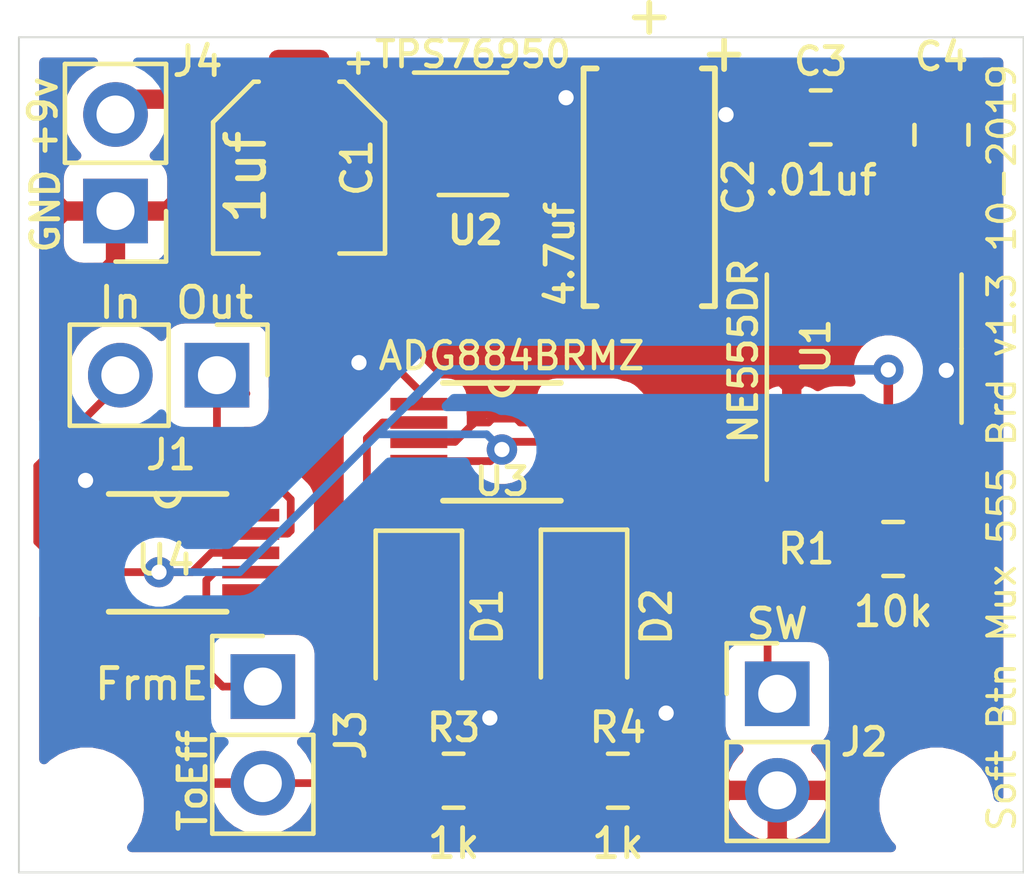
<source format=kicad_pcb>
(kicad_pcb (version 20171130) (host pcbnew "(5.1.4-0-10_14)")

  (general
    (thickness 1.6)
    (drawings 12)
    (tracks 132)
    (zones 0)
    (modules 19)
    (nets 20)
  )

  (page A4)
  (layers
    (0 F.Cu signal)
    (31 B.Cu signal)
    (32 B.Adhes user)
    (33 F.Adhes user)
    (34 B.Paste user)
    (35 F.Paste user)
    (36 B.SilkS user)
    (37 F.SilkS user)
    (38 B.Mask user)
    (39 F.Mask user)
    (40 Dwgs.User user hide)
    (41 Cmts.User user)
    (42 Eco1.User user hide)
    (43 Eco2.User user hide)
    (44 Edge.Cuts user)
    (45 Margin user)
    (46 B.CrtYd user hide)
    (47 F.CrtYd user)
    (48 B.Fab user hide)
    (49 F.Fab user hide)
  )

  (setup
    (last_trace_width 0.25)
    (user_trace_width 0.2032)
    (user_trace_width 0.508)
    (user_trace_width 0.762)
    (trace_clearance 0.2)
    (zone_clearance 0.508)
    (zone_45_only no)
    (trace_min 0.2)
    (via_size 0.8)
    (via_drill 0.4)
    (via_min_size 0.4)
    (via_min_drill 0.3)
    (uvia_size 0.3)
    (uvia_drill 0.1)
    (uvias_allowed no)
    (uvia_min_size 0.2)
    (uvia_min_drill 0.1)
    (edge_width 0.05)
    (segment_width 0.2)
    (pcb_text_width 0.3)
    (pcb_text_size 1.5 1.5)
    (mod_edge_width 0.12)
    (mod_text_size 1 1)
    (mod_text_width 0.15)
    (pad_size 3.5 3.5)
    (pad_drill 2.25)
    (pad_to_mask_clearance 0.051)
    (solder_mask_min_width 0.25)
    (aux_axis_origin 0 0)
    (visible_elements FFFFFF7F)
    (pcbplotparams
      (layerselection 0x010f0_ffffffff)
      (usegerberextensions false)
      (usegerberattributes false)
      (usegerberadvancedattributes false)
      (creategerberjobfile false)
      (excludeedgelayer true)
      (linewidth 0.100000)
      (plotframeref false)
      (viasonmask false)
      (mode 1)
      (useauxorigin false)
      (hpglpennumber 1)
      (hpglpenspeed 20)
      (hpglpendiameter 15.000000)
      (psnegative false)
      (psa4output false)
      (plotreference true)
      (plotvalue true)
      (plotinvisibletext false)
      (padsonsilk false)
      (subtractmaskfromsilk false)
      (outputformat 1)
      (mirror false)
      (drillshape 0)
      (scaleselection 1)
      (outputdirectory "gerbers/"))
  )

  (net 0 "")
  (net 1 "Net-(D1-Pad2)")
  (net 2 "Net-(D1-Pad1)")
  (net 3 ToEffect)
  (net 4 Input)
  (net 5 FromEffect)
  (net 6 GND)
  (net 7 Output)
  (net 8 +9V)
  (net 9 Vcc)
  (net 10 "Net-(U1-Pad7)")
  (net 11 "Net-(U2-Pad4)")
  (net 12 "Net-(D2-Pad2)")
  (net 13 "Net-(D2-Pad1)")
  (net 14 ON_SIG)
  (net 15 "Net-(U3-Pad7)")
  (net 16 "Net-(U4-Pad10)")
  (net 17 "Net-(C3-Pad2)")
  (net 18 "Net-(C4-Pad1)")
  (net 19 "Net-(J2-Pad1)")

  (net_class Default "This is the default net class."
    (clearance 0.2)
    (trace_width 0.25)
    (via_dia 0.8)
    (via_drill 0.4)
    (uvia_dia 0.3)
    (uvia_drill 0.1)
    (add_net +9V)
    (add_net FromEffect)
    (add_net GND)
    (add_net Input)
    (add_net "Net-(C3-Pad2)")
    (add_net "Net-(C4-Pad1)")
    (add_net "Net-(D1-Pad1)")
    (add_net "Net-(D1-Pad2)")
    (add_net "Net-(D2-Pad1)")
    (add_net "Net-(D2-Pad2)")
    (add_net "Net-(J2-Pad1)")
    (add_net "Net-(U1-Pad7)")
    (add_net "Net-(U2-Pad4)")
    (add_net "Net-(U3-Pad7)")
    (add_net "Net-(U4-Pad10)")
    (add_net ON_SIG)
    (add_net Output)
    (add_net ToEffect)
    (add_net Vcc)
  )

  (net_class MSOC ""
    (clearance 0.127)
    (trace_width 0.2032)
    (via_dia 0.8)
    (via_drill 0.4)
    (uvia_dia 0.3)
    (uvia_drill 0.1)
  )

  (module MountingHole:MountingHole_2mm (layer F.Cu) (tedit 5B924920) (tstamp 5D993609)
    (at 101.854 64.008)
    (descr "Mounting Hole 2mm, no annular")
    (tags "mounting hole 2mm no annular")
    (path /5D9FA4E3)
    (attr virtual)
    (fp_text reference H2 (at 0 -3.2) (layer F.SilkS) hide
      (effects (font (size 1 1) (thickness 0.15)))
    )
    (fp_text value MountingHole (at 0 3.1) (layer F.Fab)
      (effects (font (size 1 1) (thickness 0.15)))
    )
    (fp_circle (center 0 0) (end 2.25 0) (layer F.CrtYd) (width 0.05))
    (fp_circle (center 0 0) (end 2 0) (layer Cmts.User) (width 0.15))
    (fp_text user %R (at 0.3 0) (layer F.Fab)
      (effects (font (size 1 1) (thickness 0.15)))
    )
    (pad "" np_thru_hole circle (at 0 0) (size 2 2) (drill 2) (layers *.Cu *.Mask))
  )

  (module MountingHole:MountingHole_2mm (layer F.Cu) (tedit 5B924920) (tstamp 5D993601)
    (at 79.502 64.008)
    (descr "Mounting Hole 2mm, no annular")
    (tags "mounting hole 2mm no annular")
    (path /5D9FA455)
    (attr virtual)
    (fp_text reference H1 (at 0 -3.2) (layer F.SilkS) hide
      (effects (font (size 1 1) (thickness 0.15)))
    )
    (fp_text value MountingHole (at 0 3.1) (layer F.Fab)
      (effects (font (size 1 1) (thickness 0.15)))
    )
    (fp_circle (center 0 0) (end 2.25 0) (layer F.CrtYd) (width 0.05))
    (fp_circle (center 0 0) (end 2 0) (layer Cmts.User) (width 0.15))
    (fp_text user %R (at 0.3 0) (layer F.Fab)
      (effects (font (size 1 1) (thickness 0.15)))
    )
    (pad "" np_thru_hole circle (at 0 0) (size 2 2) (drill 2) (layers *.Cu *.Mask))
  )

  (module Package_SO:SOIC-8_3.9x4.9mm_P1.27mm (layer F.Cu) (tedit 5C97300E) (tstamp 5D990D1F)
    (at 99.949 52.0065 90)
    (descr "SOIC, 8 Pin (JEDEC MS-012AA, https://www.analog.com/media/en/package-pcb-resources/package/pkg_pdf/soic_narrow-r/r_8.pdf), generated with kicad-footprint-generator ipc_gullwing_generator.py")
    (tags "SOIC SO")
    (path /5D98DFF0)
    (attr smd)
    (fp_text reference U1 (at 0.0635 -1.27 90) (layer F.SilkS)
      (effects (font (size 0.7112 0.7112) (thickness 0.127)))
    )
    (fp_text value NE555DR (at -0.0635 -3.175 90) (layer F.SilkS)
      (effects (font (size 0.7112 0.7112) (thickness 0.127)))
    )
    (fp_text user %R (at 0 0 90) (layer F.Fab)
      (effects (font (size 0.98 0.98) (thickness 0.15)))
    )
    (fp_line (start 3.7 -2.7) (end -3.7 -2.7) (layer F.CrtYd) (width 0.05))
    (fp_line (start 3.7 2.7) (end 3.7 -2.7) (layer F.CrtYd) (width 0.05))
    (fp_line (start -3.7 2.7) (end 3.7 2.7) (layer F.CrtYd) (width 0.05))
    (fp_line (start -3.7 -2.7) (end -3.7 2.7) (layer F.CrtYd) (width 0.05))
    (fp_line (start -1.95 -1.475) (end -0.975 -2.45) (layer F.Fab) (width 0.1))
    (fp_line (start -1.95 2.45) (end -1.95 -1.475) (layer F.Fab) (width 0.1))
    (fp_line (start 1.95 2.45) (end -1.95 2.45) (layer F.Fab) (width 0.1))
    (fp_line (start 1.95 -2.45) (end 1.95 2.45) (layer F.Fab) (width 0.1))
    (fp_line (start -0.975 -2.45) (end 1.95 -2.45) (layer F.Fab) (width 0.1))
    (fp_line (start 0 -2.56) (end -3.45 -2.56) (layer F.SilkS) (width 0.12))
    (fp_line (start 0 -2.56) (end 1.95 -2.56) (layer F.SilkS) (width 0.12))
    (fp_line (start 0 2.56) (end -1.95 2.56) (layer F.SilkS) (width 0.12))
    (fp_line (start 0 2.56) (end 1.95 2.56) (layer F.SilkS) (width 0.12))
    (pad 8 smd roundrect (at 2.475 -1.905 90) (size 1.95 0.6) (layers F.Cu F.Paste F.Mask) (roundrect_rratio 0.25)
      (net 9 Vcc))
    (pad 7 smd roundrect (at 2.475 -0.635 90) (size 1.95 0.6) (layers F.Cu F.Paste F.Mask) (roundrect_rratio 0.25)
      (net 10 "Net-(U1-Pad7)"))
    (pad 6 smd roundrect (at 2.475 0.635 90) (size 1.95 0.6) (layers F.Cu F.Paste F.Mask) (roundrect_rratio 0.25)
      (net 17 "Net-(C3-Pad2)"))
    (pad 5 smd roundrect (at 2.475 1.905 90) (size 1.95 0.6) (layers F.Cu F.Paste F.Mask) (roundrect_rratio 0.25)
      (net 18 "Net-(C4-Pad1)"))
    (pad 4 smd roundrect (at -2.475 1.905 90) (size 1.95 0.6) (layers F.Cu F.Paste F.Mask) (roundrect_rratio 0.25)
      (net 9 Vcc))
    (pad 3 smd roundrect (at -2.475 0.635 90) (size 1.95 0.6) (layers F.Cu F.Paste F.Mask) (roundrect_rratio 0.25)
      (net 14 ON_SIG))
    (pad 2 smd roundrect (at -2.475 -0.635 90) (size 1.95 0.6) (layers F.Cu F.Paste F.Mask) (roundrect_rratio 0.25)
      (net 19 "Net-(J2-Pad1)"))
    (pad 1 smd roundrect (at -2.475 -1.905 90) (size 1.95 0.6) (layers F.Cu F.Paste F.Mask) (roundrect_rratio 0.25)
      (net 6 GND))
    (model ${KISYS3DMOD}/Package_SO.3dshapes/SOIC-8_3.9x4.9mm_P1.27mm.wrl
      (at (xyz 0 0 0))
      (scale (xyz 1 1 1))
      (rotate (xyz 0 0 0))
    )
  )

  (module Connector_PinHeader_2.54mm:PinHeader_1x02_P2.54mm_Vertical (layer F.Cu) (tedit 59FED5CC) (tstamp 5D991916)
    (at 97.663 61.087)
    (descr "Through hole straight pin header, 1x02, 2.54mm pitch, single row")
    (tags "Through hole pin header THT 1x02 2.54mm single row")
    (path /5D8BB8F6)
    (fp_text reference J2 (at 2.286 1.27) (layer F.SilkS)
      (effects (font (size 0.7112 0.7112) (thickness 0.127)))
    )
    (fp_text value SW (at 0 -1.8415) (layer F.SilkS)
      (effects (font (size 0.762 0.762) (thickness 0.127)))
    )
    (fp_text user %R (at 0 1.27 -270) (layer F.Fab)
      (effects (font (size 1 1) (thickness 0.15)))
    )
    (fp_line (start 1.8 -1.8) (end -1.8 -1.8) (layer F.CrtYd) (width 0.05))
    (fp_line (start 1.8 4.35) (end 1.8 -1.8) (layer F.CrtYd) (width 0.05))
    (fp_line (start -1.8 4.35) (end 1.8 4.35) (layer F.CrtYd) (width 0.05))
    (fp_line (start -1.8 -1.8) (end -1.8 4.35) (layer F.CrtYd) (width 0.05))
    (fp_line (start -1.33 -1.33) (end 0 -1.33) (layer F.SilkS) (width 0.12))
    (fp_line (start -1.33 0) (end -1.33 -1.33) (layer F.SilkS) (width 0.12))
    (fp_line (start -1.33 1.27) (end 1.33 1.27) (layer F.SilkS) (width 0.12))
    (fp_line (start 1.33 1.27) (end 1.33 3.87) (layer F.SilkS) (width 0.12))
    (fp_line (start -1.33 1.27) (end -1.33 3.87) (layer F.SilkS) (width 0.12))
    (fp_line (start -1.33 3.87) (end 1.33 3.87) (layer F.SilkS) (width 0.12))
    (fp_line (start -1.27 -0.635) (end -0.635 -1.27) (layer F.Fab) (width 0.1))
    (fp_line (start -1.27 3.81) (end -1.27 -0.635) (layer F.Fab) (width 0.1))
    (fp_line (start 1.27 3.81) (end -1.27 3.81) (layer F.Fab) (width 0.1))
    (fp_line (start 1.27 -1.27) (end 1.27 3.81) (layer F.Fab) (width 0.1))
    (fp_line (start -0.635 -1.27) (end 1.27 -1.27) (layer F.Fab) (width 0.1))
    (pad 2 thru_hole oval (at 0 2.54) (size 1.7 1.7) (drill 1) (layers *.Cu *.Mask)
      (net 6 GND))
    (pad 1 thru_hole rect (at 0 0) (size 1.7 1.7) (drill 1) (layers *.Cu *.Mask)
      (net 19 "Net-(J2-Pad1)"))
    (model ${KISYS3DMOD}/Connector_PinHeader_2.54mm.3dshapes/PinHeader_1x02_P2.54mm_Vertical.wrl
      (at (xyz 0 0 0))
      (scale (xyz 1 1 1))
      (rotate (xyz 0 0 0))
    )
  )

  (module Capacitor_SMD:C_0805_2012Metric (layer F.Cu) (tedit 5B36C52B) (tstamp 5D990B5C)
    (at 101.981 46.3804 90)
    (descr "Capacitor SMD 0805 (2012 Metric), square (rectangular) end terminal, IPC_7351 nominal, (Body size source: https://docs.google.com/spreadsheets/d/1BsfQQcO9C6DZCsRaXUlFlo91Tg2WpOkGARC1WS5S8t0/edit?usp=sharing), generated with kicad-footprint-generator")
    (tags capacitor)
    (path /5D9BDD91)
    (attr smd)
    (fp_text reference C4 (at 2.0574 0 180) (layer F.SilkS)
      (effects (font (size 0.7112 0.7112) (thickness 0.127)))
    )
    (fp_text value .01uf (at 0 1.65 90) (layer F.Fab)
      (effects (font (size 1 1) (thickness 0.15)))
    )
    (fp_text user %R (at 0 0 90) (layer F.Fab)
      (effects (font (size 0.5 0.5) (thickness 0.08)))
    )
    (fp_line (start 1.68 0.95) (end -1.68 0.95) (layer F.CrtYd) (width 0.05))
    (fp_line (start 1.68 -0.95) (end 1.68 0.95) (layer F.CrtYd) (width 0.05))
    (fp_line (start -1.68 -0.95) (end 1.68 -0.95) (layer F.CrtYd) (width 0.05))
    (fp_line (start -1.68 0.95) (end -1.68 -0.95) (layer F.CrtYd) (width 0.05))
    (fp_line (start -0.258578 0.71) (end 0.258578 0.71) (layer F.SilkS) (width 0.12))
    (fp_line (start -0.258578 -0.71) (end 0.258578 -0.71) (layer F.SilkS) (width 0.12))
    (fp_line (start 1 0.6) (end -1 0.6) (layer F.Fab) (width 0.1))
    (fp_line (start 1 -0.6) (end 1 0.6) (layer F.Fab) (width 0.1))
    (fp_line (start -1 -0.6) (end 1 -0.6) (layer F.Fab) (width 0.1))
    (fp_line (start -1 0.6) (end -1 -0.6) (layer F.Fab) (width 0.1))
    (pad 2 smd roundrect (at 0.9375 0 90) (size 0.975 1.4) (layers F.Cu F.Paste F.Mask) (roundrect_rratio 0.25)
      (net 6 GND))
    (pad 1 smd roundrect (at -0.9375 0 90) (size 0.975 1.4) (layers F.Cu F.Paste F.Mask) (roundrect_rratio 0.25)
      (net 18 "Net-(C4-Pad1)"))
    (model ${KISYS3DMOD}/Capacitor_SMD.3dshapes/C_0805_2012Metric.wrl
      (at (xyz 0 0 0))
      (scale (xyz 1 1 1))
      (rotate (xyz 0 0 0))
    )
  )

  (module Capacitor_SMD:C_0805_2012Metric (layer F.Cu) (tedit 5B36C52B) (tstamp 5D990B4B)
    (at 98.806 45.9232)
    (descr "Capacitor SMD 0805 (2012 Metric), square (rectangular) end terminal, IPC_7351 nominal, (Body size source: https://docs.google.com/spreadsheets/d/1BsfQQcO9C6DZCsRaXUlFlo91Tg2WpOkGARC1WS5S8t0/edit?usp=sharing), generated with kicad-footprint-generator")
    (tags capacitor)
    (path /5D99CD5E)
    (attr smd)
    (fp_text reference C3 (at 0 -1.4732) (layer F.SilkS)
      (effects (font (size 0.7112 0.7112) (thickness 0.127)))
    )
    (fp_text value .01uf (at 0 1.65) (layer F.SilkS)
      (effects (font (size 0.762 0.762) (thickness 0.127)))
    )
    (fp_text user %R (at 0 0) (layer F.Fab)
      (effects (font (size 0.5 0.5) (thickness 0.08)))
    )
    (fp_line (start 1.68 0.95) (end -1.68 0.95) (layer F.CrtYd) (width 0.05))
    (fp_line (start 1.68 -0.95) (end 1.68 0.95) (layer F.CrtYd) (width 0.05))
    (fp_line (start -1.68 -0.95) (end 1.68 -0.95) (layer F.CrtYd) (width 0.05))
    (fp_line (start -1.68 0.95) (end -1.68 -0.95) (layer F.CrtYd) (width 0.05))
    (fp_line (start -0.258578 0.71) (end 0.258578 0.71) (layer F.SilkS) (width 0.12))
    (fp_line (start -0.258578 -0.71) (end 0.258578 -0.71) (layer F.SilkS) (width 0.12))
    (fp_line (start 1 0.6) (end -1 0.6) (layer F.Fab) (width 0.1))
    (fp_line (start 1 -0.6) (end 1 0.6) (layer F.Fab) (width 0.1))
    (fp_line (start -1 -0.6) (end 1 -0.6) (layer F.Fab) (width 0.1))
    (fp_line (start -1 0.6) (end -1 -0.6) (layer F.Fab) (width 0.1))
    (pad 2 smd roundrect (at 0.9375 0) (size 0.975 1.4) (layers F.Cu F.Paste F.Mask) (roundrect_rratio 0.25)
      (net 17 "Net-(C3-Pad2)"))
    (pad 1 smd roundrect (at -0.9375 0) (size 0.975 1.4) (layers F.Cu F.Paste F.Mask) (roundrect_rratio 0.25)
      (net 9 Vcc))
    (model ${KISYS3DMOD}/Capacitor_SMD.3dshapes/C_0805_2012Metric.wrl
      (at (xyz 0 0 0))
      (scale (xyz 1 1 1))
      (rotate (xyz 0 0 0))
    )
  )

  (module Connector_PinHeader_2.54mm:PinHeader_1x02_P2.54mm_Vertical (layer F.Cu) (tedit 59FED5CC) (tstamp 5D8719C1)
    (at 84.1375 60.8965)
    (descr "Through hole straight pin header, 1x02, 2.54mm pitch, single row")
    (tags "Through hole pin header THT 1x02 2.54mm single row")
    (path /5D888B41)
    (fp_text reference J3 (at 2.3114 1.27 -270) (layer F.SilkS)
      (effects (font (size 0.762 0.762) (thickness 0.127)))
    )
    (fp_text value EFF_IN_OUT (at -6.985 2.667 -90) (layer F.Fab) hide
      (effects (font (size 1 1) (thickness 0.15)))
    )
    (fp_text user %R (at -3.683 1.27 -270) (layer F.Fab) hide
      (effects (font (size 1 1) (thickness 0.15)))
    )
    (fp_line (start 1.8 -1.8) (end -1.8 -1.8) (layer F.CrtYd) (width 0.05))
    (fp_line (start 1.8 4.35) (end 1.8 -1.8) (layer F.CrtYd) (width 0.05))
    (fp_line (start -1.8 4.35) (end 1.8 4.35) (layer F.CrtYd) (width 0.05))
    (fp_line (start -1.8 -1.8) (end -1.8 4.35) (layer F.CrtYd) (width 0.05))
    (fp_line (start -1.33 -1.33) (end 0 -1.33) (layer F.SilkS) (width 0.12))
    (fp_line (start -1.33 0) (end -1.33 -1.33) (layer F.SilkS) (width 0.12))
    (fp_line (start -1.33 1.27) (end 1.33 1.27) (layer F.SilkS) (width 0.12))
    (fp_line (start 1.33 1.27) (end 1.33 3.87) (layer F.SilkS) (width 0.12))
    (fp_line (start -1.33 1.27) (end -1.33 3.87) (layer F.SilkS) (width 0.12))
    (fp_line (start -1.33 3.87) (end 1.33 3.87) (layer F.SilkS) (width 0.12))
    (fp_line (start -1.27 -0.635) (end -0.635 -1.27) (layer F.Fab) (width 0.1))
    (fp_line (start -1.27 3.81) (end -1.27 -0.635) (layer F.Fab) (width 0.1))
    (fp_line (start 1.27 3.81) (end -1.27 3.81) (layer F.Fab) (width 0.1))
    (fp_line (start 1.27 -1.27) (end 1.27 3.81) (layer F.Fab) (width 0.1))
    (fp_line (start -0.635 -1.27) (end 1.27 -1.27) (layer F.Fab) (width 0.1))
    (pad 2 thru_hole oval (at 0 2.54) (size 1.7 1.7) (drill 1) (layers *.Cu *.Mask)
      (net 3 ToEffect))
    (pad 1 thru_hole rect (at 0 0) (size 1.7 1.7) (drill 1) (layers *.Cu *.Mask)
      (net 5 FromEffect))
    (model ${KISYS3DMOD}/Connector_PinHeader_2.54mm.3dshapes/PinHeader_1x02_P2.54mm_Vertical.wrl
      (at (xyz 0 0 0))
      (scale (xyz 1 1 1))
      (rotate (xyz 0 0 0))
    )
  )

  (module TPSC475K035R0600:TPSC475K035R0600 (layer F.Cu) (tedit 0) (tstamp 5D8D8D34)
    (at 94.2975 47.761804 270)
    (path /5D768B14)
    (fp_text reference C2 (at -0.009804 -2.3495 270) (layer F.SilkS)
      (effects (font (size 0.762 0.762) (thickness 0.127)))
    )
    (fp_text value 4.7uf (at 1.768196 2.3495 90) (layer F.SilkS)
      (effects (font (size 0.7112 0.7112) (thickness 0.127)))
    )
    (fp_line (start -3.253994 1.303198) (end -3.406394 1.303198) (layer F.CrtYd) (width 0.1524))
    (fp_line (start -3.253994 1.853997) (end -3.253994 1.303198) (layer F.CrtYd) (width 0.1524))
    (fp_line (start 3.253994 1.853997) (end -3.253994 1.853997) (layer F.CrtYd) (width 0.1524))
    (fp_line (start 3.253994 1.303198) (end 3.253994 1.853997) (layer F.CrtYd) (width 0.1524))
    (fp_line (start 3.406394 1.303198) (end 3.253994 1.303198) (layer F.CrtYd) (width 0.1524))
    (fp_line (start 3.406394 -1.303198) (end 3.406394 1.303198) (layer F.CrtYd) (width 0.1524))
    (fp_line (start 3.253994 -1.303198) (end 3.406394 -1.303198) (layer F.CrtYd) (width 0.1524))
    (fp_line (start 3.253994 -1.853997) (end 3.253994 -1.303198) (layer F.CrtYd) (width 0.1524))
    (fp_line (start -3.253994 -1.853997) (end 3.253994 -1.853997) (layer F.CrtYd) (width 0.1524))
    (fp_line (start -3.253994 -1.303198) (end -3.253994 -1.853997) (layer F.CrtYd) (width 0.1524))
    (fp_line (start -3.406394 -1.303198) (end -3.253994 -1.303198) (layer F.CrtYd) (width 0.1524))
    (fp_line (start -3.406394 1.303198) (end -3.406394 -1.303198) (layer F.CrtYd) (width 0.1524))
    (fp_line (start 3.126994 -1.381938) (end 3.126994 -1.726997) (layer F.SilkS) (width 0.1524))
    (fp_line (start -3.126994 1.381938) (end -3.126994 1.726997) (layer F.SilkS) (width 0.1524))
    (fp_line (start -2.999994 -1.599997) (end -2.999994 1.599997) (layer F.Fab) (width 0.1524))
    (fp_line (start 2.999994 -1.599997) (end -2.999994 -1.599997) (layer F.Fab) (width 0.1524))
    (fp_line (start 2.999994 1.599997) (end 2.999994 -1.599997) (layer F.Fab) (width 0.1524))
    (fp_line (start -2.999994 1.599997) (end 2.999994 1.599997) (layer F.Fab) (width 0.1524))
    (fp_line (start -3.126994 -1.726997) (end -3.126994 -1.381938) (layer F.SilkS) (width 0.1524))
    (fp_line (start 3.126994 -1.726997) (end -3.126994 -1.726997) (layer F.SilkS) (width 0.1524))
    (fp_line (start 3.126994 1.726997) (end 3.126994 1.381938) (layer F.SilkS) (width 0.1524))
    (fp_line (start -3.126994 1.726997) (end 3.126994 1.726997) (layer F.SilkS) (width 0.1524))
    (fp_line (start -4.469993 -0.381) (end -4.469993 0.381) (layer F.SilkS) (width 0.1524))
    (fp_line (start -4.088993 0) (end -4.850993 0) (layer F.SilkS) (width 0.1524))
    (fp_line (start -4.469993 -0.381) (end -4.469993 0.381) (layer F.Fab) (width 0.1524))
    (fp_line (start -4.088993 0) (end -4.850993 0) (layer F.Fab) (width 0.1524))
    (fp_text user * (at 0 0 90) (layer F.Fab)
      (effects (font (size 1 1) (thickness 0.15)))
    )
    (fp_text user * (at 0 0 90) (layer F.SilkS) hide
      (effects (font (size 1 1) (thickness 0.15)))
    )
    (fp_text user "Copyright 2016 Accelerated Designs. All rights reserved." (at 0 0 90) (layer Cmts.User)
      (effects (font (size 0.127 0.127) (thickness 0.002)))
    )
    (pad 2 smd rect (at 2.022196 0) (size 2.098396 2.260397) (layers F.Cu F.Paste F.Mask)
      (net 6 GND))
    (pad 1 smd rect (at -2.022196 0) (size 2.098396 2.260397) (layers F.Cu F.Paste F.Mask)
      (net 9 Vcc))
  )

  (module Connector_PinHeader_2.54mm:PinHeader_1x02_P2.54mm_Vertical (layer F.Cu) (tedit 59FED5CC) (tstamp 5D8719D7)
    (at 80.264 48.387 180)
    (descr "Through hole straight pin header, 1x02, 2.54mm pitch, single row")
    (tags "Through hole pin header THT 1x02 2.54mm single row")
    (path /5D880ABA)
    (fp_text reference J4 (at -2.159 3.937) (layer F.SilkS)
      (effects (font (size 0.762 0.762) (thickness 0.127)))
    )
    (fp_text value PWR_IN (at 0 4.87) (layer F.Fab) hide
      (effects (font (size 1 1) (thickness 0.15)))
    )
    (fp_text user %R (at 0 1.27 90) (layer F.Fab) hide
      (effects (font (size 1 1) (thickness 0.15)))
    )
    (fp_line (start 1.8 -1.8) (end -1.8 -1.8) (layer F.CrtYd) (width 0.05))
    (fp_line (start 1.8 4.35) (end 1.8 -1.8) (layer F.CrtYd) (width 0.05))
    (fp_line (start -1.8 4.35) (end 1.8 4.35) (layer F.CrtYd) (width 0.05))
    (fp_line (start -1.8 -1.8) (end -1.8 4.35) (layer F.CrtYd) (width 0.05))
    (fp_line (start -1.33 -1.33) (end 0 -1.33) (layer F.SilkS) (width 0.12))
    (fp_line (start -1.33 0) (end -1.33 -1.33) (layer F.SilkS) (width 0.12))
    (fp_line (start -1.33 1.27) (end 1.33 1.27) (layer F.SilkS) (width 0.12))
    (fp_line (start 1.33 1.27) (end 1.33 3.87) (layer F.SilkS) (width 0.12))
    (fp_line (start -1.33 1.27) (end -1.33 3.87) (layer F.SilkS) (width 0.12))
    (fp_line (start -1.33 3.87) (end 1.33 3.87) (layer F.SilkS) (width 0.12))
    (fp_line (start -1.27 -0.635) (end -0.635 -1.27) (layer F.Fab) (width 0.1))
    (fp_line (start -1.27 3.81) (end -1.27 -0.635) (layer F.Fab) (width 0.1))
    (fp_line (start 1.27 3.81) (end -1.27 3.81) (layer F.Fab) (width 0.1))
    (fp_line (start 1.27 -1.27) (end 1.27 3.81) (layer F.Fab) (width 0.1))
    (fp_line (start -0.635 -1.27) (end 1.27 -1.27) (layer F.Fab) (width 0.1))
    (pad 2 thru_hole oval (at 0 2.54 180) (size 1.7 1.7) (drill 1) (layers *.Cu *.Mask)
      (net 8 +9V))
    (pad 1 thru_hole rect (at 0 0 180) (size 1.7 1.7) (drill 1) (layers *.Cu *.Mask)
      (net 6 GND))
    (model ${KISYS3DMOD}/Connector_PinHeader_2.54mm.3dshapes/PinHeader_1x02_P2.54mm_Vertical.wrl
      (at (xyz 0 0 0))
      (scale (xyz 1 1 1))
      (rotate (xyz 0 0 0))
    )
  )

  (module Connector_PinHeader_2.54mm:PinHeader_1x02_P2.54mm_Vertical (layer F.Cu) (tedit 59FED5CC) (tstamp 5D871996)
    (at 82.931 52.705 270)
    (descr "Through hole straight pin header, 1x02, 2.54mm pitch, single row")
    (tags "Through hole pin header THT 1x02 2.54mm single row")
    (path /5D8894FB)
    (fp_text reference J1 (at 2.0955 1.2065 180) (layer F.SilkS)
      (effects (font (size 0.762 0.762) (thickness 0.127)))
    )
    (fp_text value IN_OUT (at 0 4.87 90) (layer F.Fab) hide
      (effects (font (size 1 1) (thickness 0.15)))
    )
    (fp_text user %R (at 0.127 1.143) (layer F.Fab)
      (effects (font (size 1 1) (thickness 0.15)))
    )
    (fp_line (start 1.8 -1.8) (end -1.8 -1.8) (layer F.CrtYd) (width 0.05))
    (fp_line (start 1.8 4.35) (end 1.8 -1.8) (layer F.CrtYd) (width 0.05))
    (fp_line (start -1.8 4.35) (end 1.8 4.35) (layer F.CrtYd) (width 0.05))
    (fp_line (start -1.8 -1.8) (end -1.8 4.35) (layer F.CrtYd) (width 0.05))
    (fp_line (start -1.33 -1.33) (end 0 -1.33) (layer F.SilkS) (width 0.12))
    (fp_line (start -1.33 0) (end -1.33 -1.33) (layer F.SilkS) (width 0.12))
    (fp_line (start -1.33 1.27) (end 1.33 1.27) (layer F.SilkS) (width 0.12))
    (fp_line (start 1.33 1.27) (end 1.33 3.87) (layer F.SilkS) (width 0.12))
    (fp_line (start -1.33 1.27) (end -1.33 3.87) (layer F.SilkS) (width 0.12))
    (fp_line (start -1.33 3.87) (end 1.33 3.87) (layer F.SilkS) (width 0.12))
    (fp_line (start -1.27 -0.635) (end -0.635 -1.27) (layer F.Fab) (width 0.1))
    (fp_line (start -1.27 3.81) (end -1.27 -0.635) (layer F.Fab) (width 0.1))
    (fp_line (start 1.27 3.81) (end -1.27 3.81) (layer F.Fab) (width 0.1))
    (fp_line (start 1.27 -1.27) (end 1.27 3.81) (layer F.Fab) (width 0.1))
    (fp_line (start -0.635 -1.27) (end 1.27 -1.27) (layer F.Fab) (width 0.1))
    (pad 2 thru_hole oval (at 0 2.54 270) (size 1.7 1.7) (drill 1) (layers *.Cu *.Mask)
      (net 4 Input))
    (pad 1 thru_hole rect (at 0 0 270) (size 1.7 1.7) (drill 1) (layers *.Cu *.Mask)
      (net 7 Output))
    (model ${KISYS3DMOD}/Connector_PinHeader_2.54mm.3dshapes/PinHeader_1x02_P2.54mm_Vertical.wrl
      (at (xyz 0 0 0))
      (scale (xyz 1 1 1))
      (rotate (xyz 0 0 0))
    )
  )

  (module LED_SMD:LED_1206_3216Metric (layer F.Cu) (tedit 5B301BBE) (tstamp 5D75D37B)
    (at 92.583 59.055 270)
    (descr "LED SMD 1206 (3216 Metric), square (rectangular) end terminal, IPC_7351 nominal, (Body size source: http://www.tortai-tech.com/upload/download/2011102023233369053.pdf), generated with kicad-footprint-generator")
    (tags diode)
    (path /5D82B022)
    (attr smd)
    (fp_text reference D2 (at 0 -1.905 270) (layer F.SilkS)
      (effects (font (size 0.762 0.762) (thickness 0.127)))
    )
    (fp_text value LED (at 0 1.82 90) (layer F.Fab) hide
      (effects (font (size 1 1) (thickness 0.15)))
    )
    (fp_text user %R (at 0 0 90) (layer F.Fab)
      (effects (font (size 0.8 0.8) (thickness 0.12)))
    )
    (fp_line (start 2.28 1.12) (end -2.28 1.12) (layer F.CrtYd) (width 0.05))
    (fp_line (start 2.28 -1.12) (end 2.28 1.12) (layer F.CrtYd) (width 0.05))
    (fp_line (start -2.28 -1.12) (end 2.28 -1.12) (layer F.CrtYd) (width 0.05))
    (fp_line (start -2.28 1.12) (end -2.28 -1.12) (layer F.CrtYd) (width 0.05))
    (fp_line (start -2.285 1.135) (end 1.6 1.135) (layer F.SilkS) (width 0.12))
    (fp_line (start -2.285 -1.135) (end -2.285 1.135) (layer F.SilkS) (width 0.12))
    (fp_line (start 1.6 -1.135) (end -2.285 -1.135) (layer F.SilkS) (width 0.12))
    (fp_line (start 1.6 0.8) (end 1.6 -0.8) (layer F.Fab) (width 0.1))
    (fp_line (start -1.6 0.8) (end 1.6 0.8) (layer F.Fab) (width 0.1))
    (fp_line (start -1.6 -0.4) (end -1.6 0.8) (layer F.Fab) (width 0.1))
    (fp_line (start -1.2 -0.8) (end -1.6 -0.4) (layer F.Fab) (width 0.1))
    (fp_line (start 1.6 -0.8) (end -1.2 -0.8) (layer F.Fab) (width 0.1))
    (pad 2 smd roundrect (at 1.4 0 270) (size 1.25 1.75) (layers F.Cu F.Paste F.Mask) (roundrect_rratio 0.2)
      (net 12 "Net-(D2-Pad2)"))
    (pad 1 smd roundrect (at -1.4 0 270) (size 1.25 1.75) (layers F.Cu F.Paste F.Mask) (roundrect_rratio 0.2)
      (net 13 "Net-(D2-Pad1)"))
    (model ${KISYS3DMOD}/LED_SMD.3dshapes/LED_1206_3216Metric.wrl
      (at (xyz 0 0 0))
      (scale (xyz 1 1 1))
      (rotate (xyz 0 0 0))
    )
  )

  (module LED_SMD:LED_1206_3216Metric (layer F.Cu) (tedit 5B301BBE) (tstamp 5D1AB0AE)
    (at 88.2396 59.0804 270)
    (descr "LED SMD 1206 (3216 Metric), square (rectangular) end terminal, IPC_7351 nominal, (Body size source: http://www.tortai-tech.com/upload/download/2011102023233369053.pdf), generated with kicad-footprint-generator")
    (tags diode)
    (path /5CDE024C)
    (attr smd)
    (fp_text reference D1 (at -0.0254 -1.8034 270) (layer F.SilkS)
      (effects (font (size 0.762 0.762) (thickness 0.127)))
    )
    (fp_text value LED (at 0 1.82 90) (layer F.Fab) hide
      (effects (font (size 1 1) (thickness 0.15)))
    )
    (fp_text user %R (at 0 0 90) (layer F.Fab)
      (effects (font (size 0.8 0.8) (thickness 0.12)))
    )
    (fp_line (start 2.28 1.12) (end -2.28 1.12) (layer F.CrtYd) (width 0.05))
    (fp_line (start 2.28 -1.12) (end 2.28 1.12) (layer F.CrtYd) (width 0.05))
    (fp_line (start -2.28 -1.12) (end 2.28 -1.12) (layer F.CrtYd) (width 0.05))
    (fp_line (start -2.28 1.12) (end -2.28 -1.12) (layer F.CrtYd) (width 0.05))
    (fp_line (start -2.285 1.135) (end 1.6 1.135) (layer F.SilkS) (width 0.12))
    (fp_line (start -2.285 -1.135) (end -2.285 1.135) (layer F.SilkS) (width 0.12))
    (fp_line (start 1.6 -1.135) (end -2.285 -1.135) (layer F.SilkS) (width 0.12))
    (fp_line (start 1.6 0.8) (end 1.6 -0.8) (layer F.Fab) (width 0.1))
    (fp_line (start -1.6 0.8) (end 1.6 0.8) (layer F.Fab) (width 0.1))
    (fp_line (start -1.6 -0.4) (end -1.6 0.8) (layer F.Fab) (width 0.1))
    (fp_line (start -1.2 -0.8) (end -1.6 -0.4) (layer F.Fab) (width 0.1))
    (fp_line (start 1.6 -0.8) (end -1.2 -0.8) (layer F.Fab) (width 0.1))
    (pad 2 smd roundrect (at 1.4 0 270) (size 1.25 1.75) (layers F.Cu F.Paste F.Mask) (roundrect_rratio 0.2)
      (net 1 "Net-(D1-Pad2)"))
    (pad 1 smd roundrect (at -1.4 0 270) (size 1.25 1.75) (layers F.Cu F.Paste F.Mask) (roundrect_rratio 0.2)
      (net 2 "Net-(D1-Pad1)"))
    (model ${KISYS3DMOD}/LED_SMD.3dshapes/LED_1206_3216Metric.wrl
      (at (xyz 0 0 0))
      (scale (xyz 1 1 1))
      (rotate (xyz 0 0 0))
    )
  )

  (module Resistor_SMD:R_0805_2012Metric (layer F.Cu) (tedit 5B36C52B) (tstamp 5D75D485)
    (at 93.472 63.373)
    (descr "Resistor SMD 0805 (2012 Metric), square (rectangular) end terminal, IPC_7351 nominal, (Body size source: https://docs.google.com/spreadsheets/d/1BsfQQcO9C6DZCsRaXUlFlo91Tg2WpOkGARC1WS5S8t0/edit?usp=sharing), generated with kicad-footprint-generator")
    (tags resistor)
    (path /5D82B02C)
    (attr smd)
    (fp_text reference R4 (at 0 -1.397) (layer F.SilkS)
      (effects (font (size 0.762 0.762) (thickness 0.127)))
    )
    (fp_text value 1k (at 0 1.651) (layer F.SilkS)
      (effects (font (size 0.762 0.762) (thickness 0.127)))
    )
    (fp_text user %R (at 0.0785 0) (layer F.Fab)
      (effects (font (size 0.5 0.5) (thickness 0.08)))
    )
    (fp_line (start 1.68 0.95) (end -1.68 0.95) (layer F.CrtYd) (width 0.05))
    (fp_line (start 1.68 -0.95) (end 1.68 0.95) (layer F.CrtYd) (width 0.05))
    (fp_line (start -1.68 -0.95) (end 1.68 -0.95) (layer F.CrtYd) (width 0.05))
    (fp_line (start -1.68 0.95) (end -1.68 -0.95) (layer F.CrtYd) (width 0.05))
    (fp_line (start -0.258578 0.71) (end 0.258578 0.71) (layer F.SilkS) (width 0.12))
    (fp_line (start -0.258578 -0.71) (end 0.258578 -0.71) (layer F.SilkS) (width 0.12))
    (fp_line (start 1 0.6) (end -1 0.6) (layer F.Fab) (width 0.1))
    (fp_line (start 1 -0.6) (end 1 0.6) (layer F.Fab) (width 0.1))
    (fp_line (start -1 -0.6) (end 1 -0.6) (layer F.Fab) (width 0.1))
    (fp_line (start -1 0.6) (end -1 -0.6) (layer F.Fab) (width 0.1))
    (pad 2 smd roundrect (at 0.9375 0) (size 0.975 1.4) (layers F.Cu F.Paste F.Mask) (roundrect_rratio 0.25)
      (net 9 Vcc))
    (pad 1 smd roundrect (at -0.9375 0) (size 0.975 1.4) (layers F.Cu F.Paste F.Mask) (roundrect_rratio 0.25)
      (net 12 "Net-(D2-Pad2)"))
    (model ${KISYS3DMOD}/Resistor_SMD.3dshapes/R_0805_2012Metric.wrl
      (at (xyz 0 0 0))
      (scale (xyz 1 1 1))
      (rotate (xyz 0 0 0))
    )
  )

  (module Resistor_SMD:R_0805_2012Metric (layer F.Cu) (tedit 5B36C52B) (tstamp 5CDE43F0)
    (at 89.154 63.373)
    (descr "Resistor SMD 0805 (2012 Metric), square (rectangular) end terminal, IPC_7351 nominal, (Body size source: https://docs.google.com/spreadsheets/d/1BsfQQcO9C6DZCsRaXUlFlo91Tg2WpOkGARC1WS5S8t0/edit?usp=sharing), generated with kicad-footprint-generator")
    (tags resistor)
    (path /5CDE095C)
    (attr smd)
    (fp_text reference R3 (at 0 -1.397) (layer F.SilkS)
      (effects (font (size 0.7112 0.7112) (thickness 0.127)))
    )
    (fp_text value 1k (at 0 1.651) (layer F.SilkS)
      (effects (font (size 0.762 0.762) (thickness 0.127)))
    )
    (fp_text user %R (at 0 0) (layer F.Fab)
      (effects (font (size 0.5 0.5) (thickness 0.08)))
    )
    (fp_line (start 1.68 0.95) (end -1.68 0.95) (layer F.CrtYd) (width 0.05))
    (fp_line (start 1.68 -0.95) (end 1.68 0.95) (layer F.CrtYd) (width 0.05))
    (fp_line (start -1.68 -0.95) (end 1.68 -0.95) (layer F.CrtYd) (width 0.05))
    (fp_line (start -1.68 0.95) (end -1.68 -0.95) (layer F.CrtYd) (width 0.05))
    (fp_line (start -0.258578 0.71) (end 0.258578 0.71) (layer F.SilkS) (width 0.12))
    (fp_line (start -0.258578 -0.71) (end 0.258578 -0.71) (layer F.SilkS) (width 0.12))
    (fp_line (start 1 0.6) (end -1 0.6) (layer F.Fab) (width 0.1))
    (fp_line (start 1 -0.6) (end 1 0.6) (layer F.Fab) (width 0.1))
    (fp_line (start -1 -0.6) (end 1 -0.6) (layer F.Fab) (width 0.1))
    (fp_line (start -1 0.6) (end -1 -0.6) (layer F.Fab) (width 0.1))
    (pad 2 smd roundrect (at 0.9375 0) (size 0.975 1.4) (layers F.Cu F.Paste F.Mask) (roundrect_rratio 0.25)
      (net 9 Vcc))
    (pad 1 smd roundrect (at -0.9375 0) (size 0.975 1.4) (layers F.Cu F.Paste F.Mask) (roundrect_rratio 0.25)
      (net 1 "Net-(D1-Pad2)"))
    (model ${KISYS3DMOD}/Resistor_SMD.3dshapes/R_0805_2012Metric.wrl
      (at (xyz 0 0 0))
      (scale (xyz 1 1 1))
      (rotate (xyz 0 0 0))
    )
  )

  (module Resistor_SMD:R_0805_2012Metric (layer F.Cu) (tedit 5B36C52B) (tstamp 5D74A1BE)
    (at 100.711 57.277)
    (descr "Resistor SMD 0805 (2012 Metric), square (rectangular) end terminal, IPC_7351 nominal, (Body size source: https://docs.google.com/spreadsheets/d/1BsfQQcO9C6DZCsRaXUlFlo91Tg2WpOkGARC1WS5S8t0/edit?usp=sharing), generated with kicad-footprint-generator")
    (tags resistor)
    (path /5D79A5C4)
    (attr smd)
    (fp_text reference R1 (at -2.286 0) (layer F.SilkS)
      (effects (font (size 0.762 0.762) (thickness 0.127)))
    )
    (fp_text value 10k (at 0 1.65) (layer F.SilkS)
      (effects (font (size 0.762 0.762) (thickness 0.127)))
    )
    (fp_text user %R (at 0 0) (layer F.Fab)
      (effects (font (size 0.5 0.5) (thickness 0.08)))
    )
    (fp_line (start 1.68 0.95) (end -1.68 0.95) (layer F.CrtYd) (width 0.05))
    (fp_line (start 1.68 -0.95) (end 1.68 0.95) (layer F.CrtYd) (width 0.05))
    (fp_line (start -1.68 -0.95) (end 1.68 -0.95) (layer F.CrtYd) (width 0.05))
    (fp_line (start -1.68 0.95) (end -1.68 -0.95) (layer F.CrtYd) (width 0.05))
    (fp_line (start -0.258578 0.71) (end 0.258578 0.71) (layer F.SilkS) (width 0.12))
    (fp_line (start -0.258578 -0.71) (end 0.258578 -0.71) (layer F.SilkS) (width 0.12))
    (fp_line (start 1 0.6) (end -1 0.6) (layer F.Fab) (width 0.1))
    (fp_line (start 1 -0.6) (end 1 0.6) (layer F.Fab) (width 0.1))
    (fp_line (start -1 -0.6) (end 1 -0.6) (layer F.Fab) (width 0.1))
    (fp_line (start -1 0.6) (end -1 -0.6) (layer F.Fab) (width 0.1))
    (pad 2 smd roundrect (at 0.9375 0) (size 0.975 1.4) (layers F.Cu F.Paste F.Mask) (roundrect_rratio 0.25)
      (net 9 Vcc))
    (pad 1 smd roundrect (at -0.9375 0) (size 0.975 1.4) (layers F.Cu F.Paste F.Mask) (roundrect_rratio 0.25)
      (net 19 "Net-(J2-Pad1)"))
    (model ${KISYS3DMOD}/Resistor_SMD.3dshapes/R_0805_2012Metric.wrl
      (at (xyz 0 0 0))
      (scale (xyz 1 1 1))
      (rotate (xyz 0 0 0))
    )
  )

  (module Capacitor_SMD:CP_Elec_4x3.9 (layer F.Cu) (tedit 5BCA39CF) (tstamp 5D74A078)
    (at 85.09 47.244 270)
    (descr "SMD capacitor, aluminum electrolytic, Nichicon, 4.0x3.9mm")
    (tags "capacitor electrolytic")
    (path /5D763A6E)
    (attr smd)
    (fp_text reference C1 (at 0 -1.524 270) (layer F.SilkS)
      (effects (font (size 0.762 0.762) (thickness 0.127)))
    )
    (fp_text value 1uf (at 0.254 1.397 90) (layer F.SilkS)
      (effects (font (size 1 1) (thickness 0.15)))
    )
    (fp_text user %R (at 0 0 90) (layer F.Fab)
      (effects (font (size 0.8 0.8) (thickness 0.12)))
    )
    (fp_line (start -3.35 1.05) (end -2.4 1.05) (layer F.CrtYd) (width 0.05))
    (fp_line (start -3.35 -1.05) (end -3.35 1.05) (layer F.CrtYd) (width 0.05))
    (fp_line (start -2.4 -1.05) (end -3.35 -1.05) (layer F.CrtYd) (width 0.05))
    (fp_line (start -2.4 1.05) (end -2.4 1.25) (layer F.CrtYd) (width 0.05))
    (fp_line (start -2.4 -1.25) (end -2.4 -1.05) (layer F.CrtYd) (width 0.05))
    (fp_line (start -2.4 -1.25) (end -1.25 -2.4) (layer F.CrtYd) (width 0.05))
    (fp_line (start -2.4 1.25) (end -1.25 2.4) (layer F.CrtYd) (width 0.05))
    (fp_line (start -1.25 -2.4) (end 2.4 -2.4) (layer F.CrtYd) (width 0.05))
    (fp_line (start -1.25 2.4) (end 2.4 2.4) (layer F.CrtYd) (width 0.05))
    (fp_line (start 2.4 1.05) (end 2.4 2.4) (layer F.CrtYd) (width 0.05))
    (fp_line (start 3.35 1.05) (end 2.4 1.05) (layer F.CrtYd) (width 0.05))
    (fp_line (start 3.35 -1.05) (end 3.35 1.05) (layer F.CrtYd) (width 0.05))
    (fp_line (start 2.4 -1.05) (end 3.35 -1.05) (layer F.CrtYd) (width 0.05))
    (fp_line (start 2.4 -2.4) (end 2.4 -1.05) (layer F.CrtYd) (width 0.05))
    (fp_line (start -2.75 -1.81) (end -2.75 -1.31) (layer F.SilkS) (width 0.12))
    (fp_line (start -3 -1.56) (end -2.5 -1.56) (layer F.SilkS) (width 0.12))
    (fp_line (start -2.26 1.195563) (end -1.195563 2.26) (layer F.SilkS) (width 0.12))
    (fp_line (start -2.26 -1.195563) (end -1.195563 -2.26) (layer F.SilkS) (width 0.12))
    (fp_line (start -2.26 -1.195563) (end -2.26 -1.06) (layer F.SilkS) (width 0.12))
    (fp_line (start -2.26 1.195563) (end -2.26 1.06) (layer F.SilkS) (width 0.12))
    (fp_line (start -1.195563 2.26) (end 2.26 2.26) (layer F.SilkS) (width 0.12))
    (fp_line (start -1.195563 -2.26) (end 2.26 -2.26) (layer F.SilkS) (width 0.12))
    (fp_line (start 2.26 -2.26) (end 2.26 -1.06) (layer F.SilkS) (width 0.12))
    (fp_line (start 2.26 2.26) (end 2.26 1.06) (layer F.SilkS) (width 0.12))
    (fp_line (start -1.374773 -1.2) (end -1.374773 -0.8) (layer F.Fab) (width 0.1))
    (fp_line (start -1.574773 -1) (end -1.174773 -1) (layer F.Fab) (width 0.1))
    (fp_line (start -2.15 1.15) (end -1.15 2.15) (layer F.Fab) (width 0.1))
    (fp_line (start -2.15 -1.15) (end -1.15 -2.15) (layer F.Fab) (width 0.1))
    (fp_line (start -2.15 -1.15) (end -2.15 1.15) (layer F.Fab) (width 0.1))
    (fp_line (start -1.15 2.15) (end 2.15 2.15) (layer F.Fab) (width 0.1))
    (fp_line (start -1.15 -2.15) (end 2.15 -2.15) (layer F.Fab) (width 0.1))
    (fp_line (start 2.15 -2.15) (end 2.15 2.15) (layer F.Fab) (width 0.1))
    (fp_circle (center 0 0) (end 2 0) (layer F.Fab) (width 0.1))
    (pad 2 smd roundrect (at 1.8 0 270) (size 2.6 1.6) (layers F.Cu F.Paste F.Mask) (roundrect_rratio 0.15625)
      (net 6 GND))
    (pad 1 smd roundrect (at -1.8 0 270) (size 2.6 1.6) (layers F.Cu F.Paste F.Mask) (roundrect_rratio 0.15625)
      (net 8 +9V))
    (model ${KISYS3DMOD}/Capacitor_SMD.3dshapes/CP_Elec_4x3.9.wrl
      (at (xyz 0 0 0))
      (scale (xyz 1 1 1))
      (rotate (xyz 0 0 0))
    )
  )

  (module ADG884BRMZ:SOP50P490X110-10N (layer F.Cu) (tedit 5D75905C) (tstamp 5D75D55B)
    (at 81.6356 57.3786)
    (path /5D76659C)
    (clearance 0.127)
    (attr smd)
    (fp_text reference U4 (at -0.0635 0.1905 180) (layer F.SilkS)
      (effects (font (size 0.762 0.762) (thickness 0.127)))
    )
    (fp_text value ADG884BRMZ (at -0.0635 -2.032 180) (layer F.SilkS) hide
      (effects (font (size 0.7112 0.7112) (thickness 0.127)))
    )
    (fp_arc (start 0 -1.5494) (end -0.3048 -1.5494) (angle -180) (layer F.SilkS) (width 0.1524))
    (fp_line (start -0.3048 -1.5494) (end -1.5494 -1.5494) (layer F.SilkS) (width 0.1524))
    (fp_line (start 0.3048 -1.5494) (end -0.3048 -1.5494) (layer F.SilkS) (width 0.1524))
    (fp_line (start 1.5494 -1.5494) (end 0.3048 -1.5494) (layer F.SilkS) (width 0.1524))
    (fp_line (start -1.5494 1.5494) (end 1.5494 1.5494) (layer F.SilkS) (width 0.1524))
    (fp_arc (start 0 -1.5494) (end -0.3048 -1.5494) (angle -180) (layer Eco2.User) (width 0.1524))
    (fp_line (start -1.5494 -1.5494) (end -1.5494 1.5494) (layer Eco2.User) (width 0.1524))
    (fp_line (start -0.3048 -1.5494) (end -1.5494 -1.5494) (layer Eco2.User) (width 0.1524))
    (fp_line (start 0.3048 -1.5494) (end -0.3048 -1.5494) (layer Eco2.User) (width 0.1524))
    (fp_line (start 1.5494 -1.5494) (end 0.3048 -1.5494) (layer Eco2.User) (width 0.1524))
    (fp_line (start 1.5494 1.5494) (end 1.5494 -1.5494) (layer Eco2.User) (width 0.1524))
    (fp_line (start -1.5494 1.5494) (end 1.5494 1.5494) (layer Eco2.User) (width 0.1524))
    (fp_line (start 2.5654 -1.1684) (end 1.5494 -1.1684) (layer Eco2.User) (width 0.1524))
    (fp_line (start 2.5654 -0.8382) (end 2.5654 -1.1684) (layer Eco2.User) (width 0.1524))
    (fp_line (start 1.5494 -0.8382) (end 2.5654 -0.8382) (layer Eco2.User) (width 0.1524))
    (fp_line (start 1.5494 -1.1684) (end 1.5494 -0.8382) (layer Eco2.User) (width 0.1524))
    (fp_line (start 2.5654 -0.6604) (end 1.5494 -0.6604) (layer Eco2.User) (width 0.1524))
    (fp_line (start 2.5654 -0.3302) (end 2.5654 -0.6604) (layer Eco2.User) (width 0.1524))
    (fp_line (start 1.5494 -0.3302) (end 2.5654 -0.3302) (layer Eco2.User) (width 0.1524))
    (fp_line (start 1.5494 -0.6604) (end 1.5494 -0.3302) (layer Eco2.User) (width 0.1524))
    (fp_line (start 2.5654 -0.1778) (end 1.5494 -0.1524) (layer Eco2.User) (width 0.1524))
    (fp_line (start 2.5654 0.1524) (end 2.5654 -0.1778) (layer Eco2.User) (width 0.1524))
    (fp_line (start 1.5494 0.1524) (end 2.5654 0.1524) (layer Eco2.User) (width 0.1524))
    (fp_line (start 1.5494 -0.1524) (end 1.5494 0.1524) (layer Eco2.User) (width 0.1524))
    (fp_line (start 2.5654 0.3302) (end 1.5494 0.3302) (layer Eco2.User) (width 0.1524))
    (fp_line (start 2.5654 0.6604) (end 2.5654 0.3302) (layer Eco2.User) (width 0.1524))
    (fp_line (start 1.5494 0.6604) (end 2.5654 0.6604) (layer Eco2.User) (width 0.1524))
    (fp_line (start 1.5494 0.3302) (end 1.5494 0.6604) (layer Eco2.User) (width 0.1524))
    (fp_line (start 2.5654 0.8382) (end 1.5494 0.8382) (layer Eco2.User) (width 0.1524))
    (fp_line (start 2.5654 1.1684) (end 2.5654 0.8382) (layer Eco2.User) (width 0.1524))
    (fp_line (start 1.5494 1.1684) (end 2.5654 1.1684) (layer Eco2.User) (width 0.1524))
    (fp_line (start 1.5494 0.8382) (end 1.5494 1.1684) (layer Eco2.User) (width 0.1524))
    (fp_line (start -2.5654 1.1684) (end -1.5494 1.1684) (layer Eco2.User) (width 0.1524))
    (fp_line (start -2.5654 0.8382) (end -2.5654 1.1684) (layer Eco2.User) (width 0.1524))
    (fp_line (start -1.5494 0.8382) (end -2.5654 0.8382) (layer Eco2.User) (width 0.1524))
    (fp_line (start -1.5494 1.1684) (end -1.5494 0.8382) (layer Eco2.User) (width 0.1524))
    (fp_line (start -2.5654 0.6604) (end -1.5494 0.6604) (layer Eco2.User) (width 0.1524))
    (fp_line (start -2.5654 0.3302) (end -2.5654 0.6604) (layer Eco2.User) (width 0.1524))
    (fp_line (start -1.5494 0.3302) (end -2.5654 0.3302) (layer Eco2.User) (width 0.1524))
    (fp_line (start -1.5494 0.6604) (end -1.5494 0.3302) (layer Eco2.User) (width 0.1524))
    (fp_line (start -2.5654 0.1778) (end -1.5494 0.1524) (layer Eco2.User) (width 0.1524))
    (fp_line (start -2.5654 -0.1524) (end -2.5654 0.1778) (layer Eco2.User) (width 0.1524))
    (fp_line (start -1.5494 -0.1524) (end -2.5654 -0.1524) (layer Eco2.User) (width 0.1524))
    (fp_line (start -1.5494 0.1524) (end -1.5494 -0.1524) (layer Eco2.User) (width 0.1524))
    (fp_line (start -2.5654 -0.3302) (end -1.5494 -0.3302) (layer Eco2.User) (width 0.1524))
    (fp_line (start -2.5654 -0.6604) (end -2.5654 -0.3302) (layer Eco2.User) (width 0.1524))
    (fp_line (start -1.5494 -0.6604) (end -2.5654 -0.6604) (layer Eco2.User) (width 0.1524))
    (fp_line (start -1.5494 -0.3302) (end -1.5494 -0.6604) (layer Eco2.User) (width 0.1524))
    (fp_line (start -1.5494 -0.8382) (end -1.5494 -1.1684) (layer Eco2.User) (width 0.1524))
    (pad 10 smd rect (at 2.1844 -0.9906) (size 1.4986 0.3302) (layers F.Cu F.Paste F.Mask)
      (net 16 "Net-(U4-Pad10)"))
    (pad 9 smd rect (at 2.1844 -0.508) (size 1.4986 0.3302) (layers F.Cu F.Paste F.Mask)
      (net 7 Output))
    (pad 8 smd rect (at 2.1844 0) (size 1.4986 0.3302) (layers F.Cu F.Paste F.Mask)
      (net 14 ON_SIG))
    (pad 7 smd rect (at 2.1844 0.508) (size 1.4986 0.3302) (layers F.Cu F.Paste F.Mask)
      (net 5 FromEffect))
    (pad 6 smd rect (at 2.1844 0.9906) (size 1.4986 0.3302) (layers F.Cu F.Paste F.Mask)
      (net 6 GND))
    (pad 5 smd rect (at -2.1844 0.9906) (size 1.4986 0.3302) (layers F.Cu F.Paste F.Mask)
      (net 3 ToEffect))
    (pad 4 smd rect (at -2.1844 0.508) (size 1.4986 0.3302) (layers F.Cu F.Paste F.Mask)
      (net 14 ON_SIG))
    (pad 3 smd rect (at -2.1844 0) (size 1.4986 0.3302) (layers F.Cu F.Paste F.Mask)
      (net 4 Input))
    (pad 2 smd rect (at -2.1844 -0.508) (size 1.4986 0.3302) (layers F.Cu F.Paste F.Mask)
      (net 16 "Net-(U4-Pad10)"))
    (pad 1 smd rect (at -2.1844 -0.9906) (size 1.4986 0.3302) (layers F.Cu F.Paste F.Mask)
      (net 9 Vcc))
  )

  (module ADG884BRMZ:SOP50P490X110-10N (layer F.Cu) (tedit 0) (tstamp 5D75D515)
    (at 90.424 54.4576)
    (path /5D7BB18D)
    (clearance 0.0127)
    (attr smd)
    (fp_text reference U3 (at 0 1.0414) (layer F.SilkS)
      (effects (font (size 0.7112 0.7112) (thickness 0.127)))
    )
    (fp_text value ADG884BRMZ (at 0.254 -2.2606) (layer F.SilkS)
      (effects (font (size 0.7112 0.7112) (thickness 0.1143)))
    )
    (fp_line (start 3.175 -0.8128) (end 3.175 -1.1938) (layer Eco2.User) (width 0.1524))
    (fp_line (start 3.429 -0.8128) (end 3.175 -0.8128) (layer Eco2.User) (width 0.1524))
    (fp_line (start 3.429 -1.1938) (end 3.429 -0.8128) (layer Eco2.User) (width 0.1524))
    (fp_arc (start 0 -1.5494) (end -0.3048 -1.5494) (angle -180) (layer F.SilkS) (width 0.1524))
    (fp_line (start -0.3048 -1.5494) (end -1.5494 -1.5494) (layer F.SilkS) (width 0.1524))
    (fp_line (start 0.3048 -1.5494) (end -0.3048 -1.5494) (layer F.SilkS) (width 0.1524))
    (fp_line (start 1.5494 -1.5494) (end 0.3048 -1.5494) (layer F.SilkS) (width 0.1524))
    (fp_line (start -1.5494 1.5494) (end 1.5494 1.5494) (layer F.SilkS) (width 0.1524))
    (fp_arc (start 0 -1.5494) (end -0.3048 -1.5494) (angle -180) (layer Eco2.User) (width 0.1524))
    (fp_line (start -1.5494 -1.5494) (end -1.5494 1.5494) (layer Eco2.User) (width 0.1524))
    (fp_line (start -0.3048 -1.5494) (end -1.5494 -1.5494) (layer Eco2.User) (width 0.1524))
    (fp_line (start 0.3048 -1.5494) (end -0.3048 -1.5494) (layer Eco2.User) (width 0.1524))
    (fp_line (start 1.5494 -1.5494) (end 0.3048 -1.5494) (layer Eco2.User) (width 0.1524))
    (fp_line (start 1.5494 1.5494) (end 1.5494 -1.5494) (layer Eco2.User) (width 0.1524))
    (fp_line (start -1.5494 1.5494) (end 1.5494 1.5494) (layer Eco2.User) (width 0.1524))
    (fp_line (start 2.5654 -1.1684) (end 1.5494 -1.1684) (layer Eco2.User) (width 0.1524))
    (fp_line (start 2.5654 -0.8382) (end 2.5654 -1.1684) (layer Eco2.User) (width 0.1524))
    (fp_line (start 1.5494 -0.8382) (end 2.5654 -0.8382) (layer Eco2.User) (width 0.1524))
    (fp_line (start 1.5494 -1.1684) (end 1.5494 -0.8382) (layer Eco2.User) (width 0.1524))
    (fp_line (start 2.5654 -0.6604) (end 1.5494 -0.6604) (layer Eco2.User) (width 0.1524))
    (fp_line (start 2.5654 -0.3302) (end 2.5654 -0.6604) (layer Eco2.User) (width 0.1524))
    (fp_line (start 1.5494 -0.3302) (end 2.5654 -0.3302) (layer Eco2.User) (width 0.1524))
    (fp_line (start 1.5494 -0.6604) (end 1.5494 -0.3302) (layer Eco2.User) (width 0.1524))
    (fp_line (start 2.5654 -0.1778) (end 1.5494 -0.1524) (layer Eco2.User) (width 0.1524))
    (fp_line (start 2.5654 0.1524) (end 2.5654 -0.1778) (layer Eco2.User) (width 0.1524))
    (fp_line (start 1.5494 0.1524) (end 2.5654 0.1524) (layer Eco2.User) (width 0.1524))
    (fp_line (start 1.5494 -0.1524) (end 1.5494 0.1524) (layer Eco2.User) (width 0.1524))
    (fp_line (start 2.5654 0.3302) (end 1.5494 0.3302) (layer Eco2.User) (width 0.1524))
    (fp_line (start 2.5654 0.6604) (end 2.5654 0.3302) (layer Eco2.User) (width 0.1524))
    (fp_line (start 1.5494 0.6604) (end 2.5654 0.6604) (layer Eco2.User) (width 0.1524))
    (fp_line (start 1.5494 0.3302) (end 1.5494 0.6604) (layer Eco2.User) (width 0.1524))
    (fp_line (start 2.5654 0.8382) (end 1.5494 0.8382) (layer Eco2.User) (width 0.1524))
    (fp_line (start 2.5654 1.1684) (end 2.5654 0.8382) (layer Eco2.User) (width 0.1524))
    (fp_line (start 1.5494 1.1684) (end 2.5654 1.1684) (layer Eco2.User) (width 0.1524))
    (fp_line (start 1.5494 0.8382) (end 1.5494 1.1684) (layer Eco2.User) (width 0.1524))
    (fp_line (start -2.5654 1.1684) (end -1.5494 1.1684) (layer Eco2.User) (width 0.1524))
    (fp_line (start -2.5654 0.8382) (end -2.5654 1.1684) (layer Eco2.User) (width 0.1524))
    (fp_line (start -1.5494 0.8382) (end -2.5654 0.8382) (layer Eco2.User) (width 0.1524))
    (fp_line (start -1.5494 1.1684) (end -1.5494 0.8382) (layer Eco2.User) (width 0.1524))
    (fp_line (start -2.5654 0.6604) (end -1.5494 0.6604) (layer Eco2.User) (width 0.1524))
    (fp_line (start -2.5654 0.3302) (end -2.5654 0.6604) (layer Eco2.User) (width 0.1524))
    (fp_line (start -1.5494 0.3302) (end -2.5654 0.3302) (layer Eco2.User) (width 0.1524))
    (fp_line (start -1.5494 0.6604) (end -1.5494 0.3302) (layer Eco2.User) (width 0.1524))
    (fp_line (start -2.5654 0.1778) (end -1.5494 0.1524) (layer Eco2.User) (width 0.1524))
    (fp_line (start -2.5654 -0.1524) (end -2.5654 0.1778) (layer Eco2.User) (width 0.1524))
    (fp_line (start -1.5494 -0.1524) (end -2.5654 -0.1524) (layer Eco2.User) (width 0.1524))
    (fp_line (start -1.5494 0.1524) (end -1.5494 -0.1524) (layer Eco2.User) (width 0.1524))
    (fp_line (start -2.5654 -0.3302) (end -1.5494 -0.3302) (layer Eco2.User) (width 0.1524))
    (fp_line (start -2.5654 -0.6604) (end -2.5654 -0.3302) (layer Eco2.User) (width 0.1524))
    (fp_line (start -1.5494 -0.6604) (end -2.5654 -0.6604) (layer Eco2.User) (width 0.1524))
    (fp_line (start -1.5494 -0.3302) (end -1.5494 -0.6604) (layer Eco2.User) (width 0.1524))
    (fp_line (start -2.5654 -0.8382) (end -1.5494 -0.8382) (layer Eco2.User) (width 0.1524))
    (fp_line (start -2.5654 -1.1684) (end -2.5654 -0.8382) (layer Eco2.User) (width 0.1524))
    (fp_line (start -1.5494 -1.1684) (end -2.5654 -1.1684) (layer Eco2.User) (width 0.1524))
    (fp_line (start -1.5494 -0.8382) (end -1.5494 -1.1684) (layer Eco2.User) (width 0.1524))
    (pad 10 smd rect (at 2.1844 -0.9906) (size 1.4986 0.3302) (layers F.Cu F.Paste F.Mask)
      (net 13 "Net-(D2-Pad1)"))
    (pad 9 smd rect (at 2.1844 -0.508) (size 1.4986 0.3302) (layers F.Cu F.Paste F.Mask)
      (net 6 GND))
    (pad 8 smd rect (at 2.1844 0) (size 1.4986 0.3302) (layers F.Cu F.Paste F.Mask)
      (net 14 ON_SIG))
    (pad 7 smd rect (at 2.1844 0.508) (size 1.4986 0.3302) (layers F.Cu F.Paste F.Mask)
      (net 15 "Net-(U3-Pad7)"))
    (pad 6 smd rect (at 2.1844 0.9906) (size 1.4986 0.3302) (layers F.Cu F.Paste F.Mask)
      (net 6 GND))
    (pad 5 smd rect (at -2.1844 0.9906) (size 1.4986 0.3302) (layers F.Cu F.Paste F.Mask)
      (net 2 "Net-(D1-Pad1)"))
    (pad 4 smd rect (at -2.1844 0.508) (size 1.4986 0.3302) (layers F.Cu F.Paste F.Mask)
      (net 14 ON_SIG))
    (pad 3 smd rect (at -2.1844 0) (size 1.4986 0.3302) (layers F.Cu F.Paste F.Mask)
      (net 6 GND))
    (pad 2 smd rect (at -2.1844 -0.508) (size 1.4986 0.3302) (layers F.Cu F.Paste F.Mask)
      (net 3 ToEffect))
    (pad 1 smd rect (at -2.1844 -0.9906) (size 1.4986 0.3302) (layers F.Cu F.Paste F.Mask)
      (net 9 Vcc))
  )

  (module Package_TO_SOT_SMD:SOT-23-5 (layer F.Cu) (tedit 5A02FF57) (tstamp 5D74A233)
    (at 89.662 46.355)
    (descr "5-pin SOT23 package")
    (tags SOT-23-5)
    (path /5D75A403)
    (attr smd)
    (fp_text reference U2 (at 0.0635 2.54) (layer F.SilkS)
      (effects (font (size 0.7112 0.7112) (thickness 0.15)))
    )
    (fp_text value TPS76950 (at 0 -2.0955) (layer F.SilkS)
      (effects (font (size 0.6858 0.6858) (thickness 0.12192)))
    )
    (fp_line (start 0.9 -1.55) (end 0.9 1.55) (layer F.Fab) (width 0.1))
    (fp_line (start 0.9 1.55) (end -0.9 1.55) (layer F.Fab) (width 0.1))
    (fp_line (start -0.9 -0.9) (end -0.9 1.55) (layer F.Fab) (width 0.1))
    (fp_line (start 0.9 -1.55) (end -0.25 -1.55) (layer F.Fab) (width 0.1))
    (fp_line (start -0.9 -0.9) (end -0.25 -1.55) (layer F.Fab) (width 0.1))
    (fp_line (start -1.9 1.8) (end -1.9 -1.8) (layer F.CrtYd) (width 0.05))
    (fp_line (start 1.9 1.8) (end -1.9 1.8) (layer F.CrtYd) (width 0.05))
    (fp_line (start 1.9 -1.8) (end 1.9 1.8) (layer F.CrtYd) (width 0.05))
    (fp_line (start -1.9 -1.8) (end 1.9 -1.8) (layer F.CrtYd) (width 0.05))
    (fp_line (start 0.9 -1.61) (end -1.55 -1.61) (layer F.SilkS) (width 0.12))
    (fp_line (start -0.9 1.61) (end 0.9 1.61) (layer F.SilkS) (width 0.12))
    (fp_text user %R (at 0 0 90) (layer F.Fab)
      (effects (font (size 0.5 0.5) (thickness 0.075)))
    )
    (pad 5 smd rect (at 1.1 -0.95) (size 1.06 0.65) (layers F.Cu F.Paste F.Mask)
      (net 9 Vcc))
    (pad 4 smd rect (at 1.1 0.95) (size 1.06 0.65) (layers F.Cu F.Paste F.Mask)
      (net 11 "Net-(U2-Pad4)"))
    (pad 3 smd rect (at -1.1 0.95) (size 1.06 0.65) (layers F.Cu F.Paste F.Mask)
      (net 6 GND))
    (pad 2 smd rect (at -1.1 0) (size 1.06 0.65) (layers F.Cu F.Paste F.Mask)
      (net 6 GND))
    (pad 1 smd rect (at -1.1 -0.95) (size 1.06 0.65) (layers F.Cu F.Paste F.Mask)
      (net 8 +9V))
    (model ${KISYS3DMOD}/Package_TO_SOT_SMD.3dshapes/SOT-23-5.wrl
      (at (xyz 0 0 0))
      (scale (xyz 1 1 1))
      (rotate (xyz 0 0 0))
    )
  )

  (gr_text + (at 96.266 44.196) (layer F.SilkS)
    (effects (font (size 1 1) (thickness 0.15)))
  )
  (gr_text GND (at 78.4225 48.387 90) (layer F.SilkS) (tstamp 5D873499)
    (effects (font (size 0.7112 0.7112) (thickness 0.127)))
  )
  (gr_text "Soft Btn Mux 555 Brd v1.3 10-2019" (at 103.5685 54.61 90) (layer F.SilkS) (tstamp 5D86FA03)
    (effects (font (size 0.7112 0.7112) (thickness 0.1)))
  )
  (gr_line (start 104.14 43.815) (end 104.14 65.786) (layer Edge.Cuts) (width 0.05))
  (gr_text "+9v\n" (at 78.359 45.9105 90) (layer F.SilkS) (tstamp 5CDE5176)
    (effects (font (size 0.7112 0.7112) (thickness 0.127)))
  )
  (gr_text ToEff (at 82.296 63.373 90) (layer F.SilkS) (tstamp 5CDE50B7)
    (effects (font (size 0.7112 0.7112) (thickness 0.127)))
  )
  (gr_text In (at 80.391 50.8) (layer F.SilkS) (tstamp 5CDE509C)
    (effects (font (size 0.8 0.8) (thickness 0.127)))
  )
  (gr_text FrmE (at 81.2165 60.833) (layer F.SilkS) (tstamp 5CDE509A)
    (effects (font (size 0.8 0.8) (thickness 0.127)))
  )
  (gr_text Out (at 82.8675 50.8) (layer F.SilkS)
    (effects (font (size 0.8 0.8) (thickness 0.127)))
  )
  (gr_line (start 77.724 43.815) (end 104.14 43.815) (layer Edge.Cuts) (width 0.05) (tstamp 5CDE463C))
  (gr_line (start 77.724 65.786) (end 77.724 43.815) (layer Edge.Cuts) (width 0.05))
  (gr_line (start 104.14 65.786) (end 77.724 65.786) (layer Edge.Cuts) (width 0.05))

  (segment (start 88.2396 63.3499) (end 88.2165 63.373) (width 0.2032) (layer F.Cu) (net 1))
  (segment (start 88.2396 60.4804) (end 88.2396 63.3499) (width 0.2032) (layer F.Cu) (net 1))
  (segment (start 88.2396 55.8165) (end 88.2396 57.6804) (width 0.2032) (layer F.Cu) (net 2))
  (segment (start 88.2396 55.4482) (end 88.2396 55.8165) (width 0.2032) (layer F.Cu) (net 2))
  (segment (start 80.4037 58.3692) (end 80.518 58.4835) (width 0.2032) (layer F.Cu) (net 3))
  (segment (start 79.4512 58.3692) (end 80.4037 58.3692) (width 0.2032) (layer F.Cu) (net 3))
  (segment (start 80.518 59.478519) (end 80.518 58.4835) (width 0.2032) (layer F.Cu) (net 3))
  (segment (start 80.518 59.817) (end 81.9785 61.2775) (width 0.25) (layer F.Cu) (net 3))
  (segment (start 80.518 59.478519) (end 80.518 59.817) (width 0.25) (layer F.Cu) (net 3))
  (segment (start 81.9785 61.2775) (end 81.9785 62.738) (width 0.25) (layer F.Cu) (net 3))
  (segment (start 82.677 63.4365) (end 84.1375 63.4365) (width 0.25) (layer F.Cu) (net 3))
  (segment (start 81.9785 62.738) (end 82.677 63.4365) (width 0.25) (layer F.Cu) (net 3))
  (segment (start 86.87435 54.36235) (end 86.87435 63.23965) (width 0.2032) (layer F.Cu) (net 3))
  (segment (start 86.87435 63.23965) (end 86.6775 63.4365) (width 0.2032) (layer F.Cu) (net 3))
  (segment (start 87.2871 53.9496) (end 86.87435 54.36235) (width 0.2032) (layer F.Cu) (net 3))
  (segment (start 86.6775 63.4365) (end 84.1375 63.4365) (width 0.2032) (layer F.Cu) (net 3))
  (segment (start 88.2396 53.9496) (end 87.2871 53.9496) (width 0.2032) (layer F.Cu) (net 3))
  (segment (start 78.4987 57.3786) (end 78.2066 57.0865) (width 0.2032) (layer F.Cu) (net 4))
  (segment (start 79.4512 57.3786) (end 78.4987 57.3786) (width 0.2032) (layer F.Cu) (net 4))
  (segment (start 78.2066 55.0926) (end 80.1116 53.1876) (width 0.2032) (layer F.Cu) (net 4))
  (segment (start 78.2066 57.0865) (end 78.2066 55.0926) (width 0.2032) (layer F.Cu) (net 4))
  (segment (start 82.8675 57.8866) (end 83.82 57.8866) (width 0.2032) (layer F.Cu) (net 5))
  (segment (start 82.6516 58.1025) (end 82.8675 57.8866) (width 0.2032) (layer F.Cu) (net 5))
  (segment (start 83.0843 60.8965) (end 82.6516 60.4638) (width 0.2032) (layer F.Cu) (net 5))
  (segment (start 82.6516 60.4638) (end 82.6516 58.1025) (width 0.2032) (layer F.Cu) (net 5))
  (segment (start 84.1375 60.8965) (end 83.0843 60.8965) (width 0.2032) (layer F.Cu) (net 5))
  (segment (start 88.562 47.305) (end 88.562 46.355) (width 0.508) (layer F.Cu) (net 6))
  (segment (start 83.82 58.3692) (end 83.82 58.7375) (width 0.2032) (layer F.Cu) (net 6))
  (segment (start 83.82 58.7375) (end 83.82 58.8772) (width 0.2032) (layer F.Cu) (net 6))
  (segment (start 84.7852 58.3692) (end 85.1408 58.3692) (width 0.2032) (layer F.Cu) (net 6))
  (segment (start 83.82 58.3692) (end 84.7852 58.3692) (width 0.2032) (layer F.Cu) (net 6))
  (segment (start 91.6559 53.9496) (end 92.6084 53.9496) (width 0.2032) (layer F.Cu) (net 6))
  (segment (start 89.1921 54.4576) (end 89.7001 53.9496) (width 0.2032) (layer F.Cu) (net 6))
  (segment (start 88.2396 54.4576) (end 89.1921 54.4576) (width 0.2032) (layer F.Cu) (net 6))
  (segment (start 92.6084 55.8165) (end 92.2909 56.134) (width 0.2032) (layer F.Cu) (net 6))
  (segment (start 92.6084 55.4482) (end 92.6084 55.8165) (width 0.2032) (layer F.Cu) (net 6))
  (segment (start 92.2909 56.134) (end 90.932 56.134) (width 0.2032) (layer F.Cu) (net 6))
  (segment (start 89.7001 53.9496) (end 90.0684 53.9496) (width 0.2032) (layer F.Cu) (net 6))
  (segment (start 90.0684 53.9496) (end 90.17 53.848) (width 0.2032) (layer F.Cu) (net 6))
  (segment (start 90.805 53.848) (end 90.9066 53.9496) (width 0.2032) (layer F.Cu) (net 6))
  (segment (start 90.17 53.848) (end 90.805 53.848) (width 0.2032) (layer F.Cu) (net 6))
  (segment (start 90.9066 53.9496) (end 91.6559 53.9496) (width 0.2032) (layer F.Cu) (net 6))
  (segment (start 92.6084 55.4482) (end 91.3638 55.4482) (width 0.2032) (layer F.Cu) (net 6))
  (segment (start 83.82 56.8706) (end 84.7725 56.8706) (width 0.2032) (layer F.Cu) (net 7))
  (segment (start 82.6516 53.1876) (end 83.7048 53.1876) (width 0.2032) (layer F.Cu) (net 7))
  (segment (start 84.794682 56.8706) (end 84.870901 56.794381) (width 0.2032) (layer F.Cu) (net 7))
  (segment (start 83.82 56.8706) (end 84.794682 56.8706) (width 0.2032) (layer F.Cu) (net 7))
  (segment (start 82.931 53.1876) (end 82.931 54.2408) (width 0.2032) (layer F.Cu) (net 7))
  (segment (start 84.870901 55.972099) (end 84.397802 55.499) (width 0.2032) (layer F.Cu) (net 7))
  (segment (start 84.870901 56.794381) (end 84.870901 55.972099) (width 0.2032) (layer F.Cu) (net 7))
  (segment (start 84.397802 55.499) (end 83.566 55.499) (width 0.2032) (layer F.Cu) (net 7))
  (segment (start 82.931 54.864) (end 82.931 54.2408) (width 0.2032) (layer F.Cu) (net 7))
  (segment (start 83.566 55.499) (end 82.931 54.864) (width 0.2032) (layer F.Cu) (net 7))
  (segment (start 84.494 45.405) (end 84.455 45.444) (width 0.508) (layer F.Cu) (net 8))
  (segment (start 88.562 45.405) (end 84.494 45.405) (width 0.508) (layer F.Cu) (net 8))
  (segment (start 80.54 45.444) (end 80.137 45.847) (width 0.508) (layer F.Cu) (net 8))
  (segment (start 84.455 45.444) (end 80.54 45.444) (width 0.508) (layer F.Cu) (net 8))
  (via (at 79.4766 55.4736) (size 0.8) (drill 0.4) (layers F.Cu B.Cu) (net 9))
  (segment (start 79.4512 56.388) (end 79.4512 55.499) (width 0.2032) (layer F.Cu) (net 9))
  (segment (start 94.488 45.856804) (end 97.604253 45.851753) (width 0.508) (layer F.Cu) (net 9))
  (segment (start 94.036196 45.405) (end 94.488 45.856804) (width 0.508) (layer F.Cu) (net 9))
  (segment (start 90.762 45.405) (end 92.1106 45.405) (width 0.508) (layer F.Cu) (net 9))
  (segment (start 94.2975 45.820608) (end 94.2975 45.739608) (width 0.2032) (layer F.Cu) (net 9))
  (via (at 96.3168 45.851753) (size 0.8) (drill 0.4) (layers F.Cu B.Cu) (net 9))
  (via (at 102.108 52.578) (size 0.8) (drill 0.4) (layers F.Cu B.Cu) (net 9))
  (segment (start 92.1106 45.405) (end 94.036196 45.405) (width 0.508) (layer F.Cu) (net 9) (tstamp 5D99264F))
  (via (at 92.1106 45.405) (size 0.8) (drill 0.4) (layers F.Cu B.Cu) (net 9))
  (via (at 86.6648 52.3748) (size 0.8) (drill 0.4) (layers F.Cu B.Cu) (net 9))
  (segment (start 87.5157 52.3748) (end 87.230485 52.3748) (width 0.2032) (layer F.Cu) (net 9))
  (segment (start 87.230485 52.3748) (end 86.6648 52.3748) (width 0.2032) (layer F.Cu) (net 9))
  (segment (start 88.2396 53.0987) (end 87.5157 52.3748) (width 0.2032) (layer F.Cu) (net 9))
  (segment (start 88.2396 53.467) (end 88.2396 53.0987) (width 0.2032) (layer F.Cu) (net 9))
  (via (at 90.1065 61.722) (size 0.8) (drill 0.4) (layers F.Cu B.Cu) (net 9))
  (segment (start 90.0915 61.8005) (end 90.297 61.595) (width 0.2032) (layer F.Cu) (net 9))
  (segment (start 90.0915 63.373) (end 90.0915 61.8005) (width 0.2032) (layer F.Cu) (net 9))
  (via (at 94.742 61.595) (size 0.8) (drill 0.4) (layers F.Cu B.Cu) (net 9))
  (segment (start 94.4095 61.9275) (end 94.742 61.595) (width 0.2032) (layer F.Cu) (net 9))
  (segment (start 94.4095 63.373) (end 94.4095 61.9275) (width 0.2032) (layer F.Cu) (net 9))
  (segment (start 101.854 52.832) (end 102.108 52.578) (width 0.2032) (layer F.Cu) (net 9))
  (segment (start 101.854 54.4815) (end 101.854 52.832) (width 0.2032) (layer F.Cu) (net 9))
  (segment (start 101.854 57.0715) (end 101.6485 57.277) (width 0.2032) (layer F.Cu) (net 9))
  (segment (start 101.854 54.4815) (end 101.854 55.753) (width 0.2032) (layer F.Cu) (net 9))
  (segment (start 101.6485 55.9585) (end 101.6485 57.277) (width 0.2032) (layer F.Cu) (net 9))
  (segment (start 101.854 55.753) (end 101.6485 55.9585) (width 0.2032) (layer F.Cu) (net 9))
  (segment (start 97.917 48.3295) (end 97.917 47.625) (width 0.508) (layer F.Cu) (net 9))
  (segment (start 98.044 48.4565) (end 97.917 48.3295) (width 0.508) (layer F.Cu) (net 9))
  (segment (start 98.044 49.5315) (end 98.044 48.4565) (width 0.508) (layer F.Cu) (net 9))
  (segment (start 97.917 47.625) (end 97.917 46.0618) (width 0.508) (layer F.Cu) (net 9))
  (segment (start 97.917 47.879) (end 97.917 47.625) (width 0.508) (layer F.Cu) (net 9))
  (segment (start 92.5345 60.5035) (end 92.583 60.455) (width 0.2032) (layer F.Cu) (net 12))
  (segment (start 92.5345 63.373) (end 92.5345 60.5035) (width 0.2032) (layer F.Cu) (net 12))
  (segment (start 93.5609 53.467) (end 92.6084 53.467) (width 0.2032) (layer F.Cu) (net 13))
  (segment (start 93.659301 53.565401) (end 93.5609 53.467) (width 0.2032) (layer F.Cu) (net 13))
  (segment (start 93.659301 56.578699) (end 93.659301 53.565401) (width 0.2032) (layer F.Cu) (net 13))
  (segment (start 92.583 57.655) (end 93.659301 56.578699) (width 0.2032) (layer F.Cu) (net 13))
  (segment (start 100.584 54.4942) (end 100.584 52.578) (width 0.25) (layer F.Cu) (net 14))
  (segment (start 82.8675 57.3786) (end 83.82 57.3786) (width 0.2032) (layer F.Cu) (net 14))
  (segment (start 82.783093 57.3786) (end 82.8675 57.3786) (width 0.2032) (layer F.Cu) (net 14))
  (segment (start 82.275093 57.8866) (end 82.783093 57.3786) (width 0.2032) (layer F.Cu) (net 14))
  (segment (start 79.4512 57.8866) (end 81.407 57.8866) (width 0.2032) (layer F.Cu) (net 14))
  (segment (start 81.407 57.8866) (end 82.275093 57.8866) (width 0.2032) (layer F.Cu) (net 14) (tstamp 5D994816))
  (via (at 81.407 57.8866) (size 0.8) (drill 0.4) (layers F.Cu B.Cu) (net 14))
  (segment (start 81.407 57.8866) (end 83.5279 57.8866) (width 0.2032) (layer B.Cu) (net 14))
  (via (at 100.584 52.5653) (size 0.8) (drill 0.4) (layers F.Cu B.Cu) (net 14))
  (segment (start 88.03005 53.38445) (end 88.2015 53.213) (width 0.2032) (layer B.Cu) (net 14))
  (segment (start 87.757 53.6575) (end 88.03005 53.38445) (width 0.2032) (layer B.Cu) (net 14))
  (via (at 90.424 54.6608) (size 0.8) (drill 0.4) (layers F.Cu B.Cu) (net 14))
  (segment (start 90.1192 54.9656) (end 90.424 54.6608) (width 0.2032) (layer F.Cu) (net 14))
  (segment (start 88.2396 54.9656) (end 90.1192 54.9656) (width 0.2032) (layer F.Cu) (net 14))
  (segment (start 90.6272 54.4576) (end 90.424 54.6608) (width 0.2032) (layer F.Cu) (net 14))
  (segment (start 92.6084 54.4576) (end 90.6272 54.4576) (width 0.2032) (layer F.Cu) (net 14))
  (segment (start 87.153801 54.260801) (end 87.15375 54.26075) (width 0.2032) (layer B.Cu) (net 14))
  (segment (start 90.024001 54.260801) (end 87.153801 54.260801) (width 0.2032) (layer B.Cu) (net 14))
  (segment (start 90.424 54.6608) (end 90.024001 54.260801) (width 0.2032) (layer B.Cu) (net 14))
  (segment (start 87.15375 54.26075) (end 88.2015 53.213) (width 0.2032) (layer B.Cu) (net 14))
  (segment (start 83.5279 57.8866) (end 87.15375 54.26075) (width 0.2032) (layer B.Cu) (net 14))
  (segment (start 88.8492 52.5653) (end 88.03005 53.38445) (width 0.25) (layer B.Cu) (net 14))
  (segment (start 100.584 52.5653) (end 88.8492 52.5653) (width 0.25) (layer B.Cu) (net 14))
  (segment (start 83.8572 56.388) (end 82.804 56.388) (width 0.2032) (layer F.Cu) (net 16))
  (segment (start 83.82 56.388) (end 82.1182 56.388) (width 0.2032) (layer F.Cu) (net 16))
  (segment (start 81.6356 56.8706) (end 82.1182 56.388) (width 0.2032) (layer F.Cu) (net 16))
  (segment (start 79.4512 56.8706) (end 81.6356 56.8706) (width 0.2032) (layer F.Cu) (net 16))
  (segment (start 99.7435 45.9232) (end 99.7435 47.0385) (width 0.2032) (layer F.Cu) (net 17))
  (segment (start 100.584 47.879) (end 100.584 49.5315) (width 0.2032) (layer F.Cu) (net 17))
  (segment (start 99.7435 47.0385) (end 100.584 47.879) (width 0.2032) (layer F.Cu) (net 17))
  (segment (start 101.854 47.4449) (end 101.981 47.3179) (width 0.2032) (layer F.Cu) (net 18))
  (segment (start 101.854 49.5315) (end 101.854 47.4449) (width 0.2032) (layer F.Cu) (net 18))
  (segment (start 97.409 59.6415) (end 97.409 61.087) (width 0.2032) (layer F.Cu) (net 19))
  (segment (start 99.7735 57.277) (end 97.409 59.6415) (width 0.2032) (layer F.Cu) (net 19))
  (segment (start 99.314 54.4815) (end 99.314 55.626) (width 0.2032) (layer F.Cu) (net 19))
  (segment (start 99.7735 56.0855) (end 99.7735 57.277) (width 0.2032) (layer F.Cu) (net 19))
  (segment (start 99.314 55.626) (end 99.7735 56.0855) (width 0.2032) (layer F.Cu) (net 19))

  (zone (net 6) (net_name GND) (layer F.Cu) (tstamp 5D9C04F1) (hatch edge 0.508)
    (connect_pads (clearance 0.508))
    (min_thickness 0.254)
    (fill yes (arc_segments 32) (thermal_gap 0.508) (thermal_bridge_width 0.508))
    (polygon
      (pts
        (xy 77.724 43.815) (xy 104.14 43.815) (xy 104.14 65.786) (xy 77.724 65.786)
      )
    )
    (filled_polygon
      (pts
        (xy 79.434986 44.606294) (xy 79.208866 44.791866) (xy 79.023294 45.017986) (xy 78.885401 45.275966) (xy 78.800487 45.555889)
        (xy 78.771815 45.847) (xy 78.800487 46.138111) (xy 78.885401 46.418034) (xy 79.023294 46.676014) (xy 79.208866 46.902134)
        (xy 79.238687 46.926607) (xy 79.16982 46.947498) (xy 79.059506 47.006463) (xy 78.962815 47.085815) (xy 78.883463 47.182506)
        (xy 78.824498 47.29282) (xy 78.788188 47.412518) (xy 78.775928 47.537) (xy 78.779 48.10125) (xy 78.93775 48.26)
        (xy 80.137 48.26) (xy 80.137 48.24) (xy 80.391 48.24) (xy 80.391 48.26) (xy 81.59025 48.26)
        (xy 81.749 48.10125) (xy 81.752072 47.537) (xy 81.739812 47.412518) (xy 81.703502 47.29282) (xy 81.644537 47.182506)
        (xy 81.565185 47.085815) (xy 81.468494 47.006463) (xy 81.35818 46.947498) (xy 81.289313 46.926607) (xy 81.319134 46.902134)
        (xy 81.504706 46.676014) (xy 81.642599 46.418034) (xy 81.668394 46.333) (xy 83.651928 46.333) (xy 83.651928 46.494)
        (xy 83.668992 46.667254) (xy 83.719528 46.83385) (xy 83.801595 46.987386) (xy 83.912038 47.121962) (xy 83.988813 47.184969)
        (xy 83.935506 47.213463) (xy 83.838815 47.292815) (xy 83.759463 47.389506) (xy 83.700498 47.49982) (xy 83.664188 47.619518)
        (xy 83.651928 47.744) (xy 83.655 48.75825) (xy 83.81375 48.917) (xy 84.963 48.917) (xy 84.963 48.897)
        (xy 85.217 48.897) (xy 85.217 48.917) (xy 86.36625 48.917) (xy 86.525 48.75825) (xy 86.525316 48.653802)
        (xy 92.61023 48.653802) (xy 92.613302 49.49825) (xy 92.772052 49.657) (xy 94.1705 49.657) (xy 94.1705 48.177552)
        (xy 94.4245 48.177552) (xy 94.4245 49.657) (xy 95.822948 49.657) (xy 95.981698 49.49825) (xy 95.98477 48.653802)
        (xy 95.97251 48.52932) (xy 95.9362 48.409622) (xy 95.877235 48.299308) (xy 95.797883 48.202617) (xy 95.701192 48.123265)
        (xy 95.590878 48.0643) (xy 95.47118 48.02799) (xy 95.346698 48.01573) (xy 94.58325 48.018802) (xy 94.4245 48.177552)
        (xy 94.1705 48.177552) (xy 94.01175 48.018802) (xy 93.248302 48.01573) (xy 93.12382 48.02799) (xy 93.004122 48.0643)
        (xy 92.893808 48.123265) (xy 92.797117 48.202617) (xy 92.717765 48.299308) (xy 92.6588 48.409622) (xy 92.62249 48.52932)
        (xy 92.61023 48.653802) (xy 86.525316 48.653802) (xy 86.528072 47.744) (xy 86.516845 47.63) (xy 87.393928 47.63)
        (xy 87.406188 47.754482) (xy 87.442498 47.87418) (xy 87.501463 47.984494) (xy 87.580815 48.081185) (xy 87.677506 48.160537)
        (xy 87.78782 48.219502) (xy 87.907518 48.255812) (xy 88.032 48.268072) (xy 88.27625 48.265) (xy 88.435 48.10625)
        (xy 88.435 47.432) (xy 87.55575 47.432) (xy 87.397 47.59075) (xy 87.393928 47.63) (xy 86.516845 47.63)
        (xy 86.515812 47.619518) (xy 86.479502 47.49982) (xy 86.420537 47.389506) (xy 86.341185 47.292815) (xy 86.244494 47.213463)
        (xy 86.191187 47.184969) (xy 86.267962 47.121962) (xy 86.378405 46.987386) (xy 86.460472 46.83385) (xy 86.511008 46.667254)
        (xy 86.528072 46.494) (xy 86.528072 46.294) (xy 87.74011 46.294) (xy 87.78782 46.319502) (xy 87.904841 46.355)
        (xy 87.78782 46.390498) (xy 87.677506 46.449463) (xy 87.637859 46.482) (xy 87.55575 46.482) (xy 87.397 46.64075)
        (xy 87.393928 46.68) (xy 87.406188 46.804482) (xy 87.413929 46.83) (xy 87.406188 46.855518) (xy 87.393928 46.98)
        (xy 87.397 47.01925) (xy 87.55575 47.178) (xy 87.637859 47.178) (xy 87.677506 47.210537) (xy 87.78782 47.269502)
        (xy 87.907518 47.305812) (xy 88.032 47.318072) (xy 88.27625 47.315) (xy 88.41325 47.178) (xy 88.435 47.178)
        (xy 88.435 47.158) (xy 88.689 47.158) (xy 88.689 47.178) (xy 88.709 47.178) (xy 88.709 47.432)
        (xy 88.689 47.432) (xy 88.689 48.10625) (xy 88.84775 48.265) (xy 89.092 48.268072) (xy 89.216482 48.255812)
        (xy 89.33618 48.219502) (xy 89.446494 48.160537) (xy 89.543185 48.081185) (xy 89.622537 47.984494) (xy 89.662 47.910665)
        (xy 89.701463 47.984494) (xy 89.780815 48.081185) (xy 89.877506 48.160537) (xy 89.98782 48.219502) (xy 90.107518 48.255812)
        (xy 90.232 48.268072) (xy 91.292 48.268072) (xy 91.416482 48.255812) (xy 91.53618 48.219502) (xy 91.646494 48.160537)
        (xy 91.743185 48.081185) (xy 91.822537 47.984494) (xy 91.881502 47.87418) (xy 91.917812 47.754482) (xy 91.930072 47.63)
        (xy 91.930072 46.98) (xy 91.917812 46.855518) (xy 91.881502 46.73582) (xy 91.822537 46.625506) (xy 91.743185 46.528815)
        (xy 91.646494 46.449463) (xy 91.53618 46.390498) (xy 91.419159 46.355) (xy 91.53618 46.319502) (xy 91.580691 46.29571)
        (xy 91.620344 46.322205) (xy 91.808702 46.400226) (xy 92.008661 46.44) (xy 92.212539 46.44) (xy 92.412498 46.400226)
        (xy 92.600856 46.322205) (xy 92.61023 46.315942) (xy 92.61023 46.869806) (xy 92.62249 46.994288) (xy 92.6588 47.113986)
        (xy 92.717765 47.2243) (xy 92.797117 47.320991) (xy 92.893808 47.400343) (xy 93.004122 47.459308) (xy 93.12382 47.495618)
        (xy 93.248302 47.507878) (xy 95.346698 47.507878) (xy 95.47118 47.495618) (xy 95.590878 47.459308) (xy 95.701192 47.400343)
        (xy 95.797883 47.320991) (xy 95.877235 47.2243) (xy 95.9362 47.113986) (xy 95.97251 46.994288) (xy 95.98477 46.869806)
        (xy 95.98477 46.834498) (xy 96.014902 46.846979) (xy 96.214861 46.886753) (xy 96.418739 46.886753) (xy 96.618698 46.846979)
        (xy 96.807056 46.768958) (xy 96.829764 46.753785) (xy 96.891542 46.869364) (xy 97.001208 47.002992) (xy 97.028 47.02498)
        (xy 97.028 48.28584) (xy 97.0237 48.3295) (xy 97.028 48.37316) (xy 97.028 48.373166) (xy 97.040864 48.503773)
        (xy 97.091697 48.67135) (xy 97.106637 48.699301) (xy 97.105928 48.7065) (xy 97.105928 50.3565) (xy 97.121071 50.510245)
        (xy 97.165916 50.658082) (xy 97.238742 50.794329) (xy 97.336749 50.913751) (xy 97.456171 51.011758) (xy 97.592418 51.084584)
        (xy 97.740255 51.129429) (xy 97.894 51.144572) (xy 98.194 51.144572) (xy 98.347745 51.129429) (xy 98.495582 51.084584)
        (xy 98.631829 51.011758) (xy 98.679 50.973046) (xy 98.726171 51.011758) (xy 98.862418 51.084584) (xy 99.010255 51.129429)
        (xy 99.164 51.144572) (xy 99.464 51.144572) (xy 99.617745 51.129429) (xy 99.765582 51.084584) (xy 99.901829 51.011758)
        (xy 99.949 50.973046) (xy 99.996171 51.011758) (xy 100.132418 51.084584) (xy 100.280255 51.129429) (xy 100.434 51.144572)
        (xy 100.734 51.144572) (xy 100.887745 51.129429) (xy 101.035582 51.084584) (xy 101.171829 51.011758) (xy 101.219 50.973046)
        (xy 101.266171 51.011758) (xy 101.402418 51.084584) (xy 101.550255 51.129429) (xy 101.704 51.144572) (xy 102.004 51.144572)
        (xy 102.157745 51.129429) (xy 102.305582 51.084584) (xy 102.441829 51.011758) (xy 102.561251 50.913751) (xy 102.659258 50.794329)
        (xy 102.732084 50.658082) (xy 102.776929 50.510245) (xy 102.792072 50.3565) (xy 102.792072 48.7065) (xy 102.776929 48.552755)
        (xy 102.732084 48.404918) (xy 102.72489 48.391459) (xy 102.774709 48.376347) (xy 102.927164 48.294858) (xy 103.060792 48.185192)
        (xy 103.170458 48.051564) (xy 103.251947 47.899109) (xy 103.302128 47.733685) (xy 103.319072 47.56165) (xy 103.319072 47.07415)
        (xy 103.302128 46.902115) (xy 103.251947 46.736691) (xy 103.170458 46.584236) (xy 103.060792 46.450608) (xy 103.054436 46.445392)
        (xy 103.132185 46.381585) (xy 103.211537 46.284894) (xy 103.270502 46.17458) (xy 103.306812 46.054882) (xy 103.319072 45.9304)
        (xy 103.316 45.72865) (xy 103.15725 45.5699) (xy 102.108 45.5699) (xy 102.108 45.5899) (xy 101.854 45.5899)
        (xy 101.854 45.5699) (xy 101.834 45.5699) (xy 101.834 45.3159) (xy 101.854 45.3159) (xy 101.854 45.2959)
        (xy 102.108 45.2959) (xy 102.108 45.3159) (xy 103.15725 45.3159) (xy 103.316 45.15715) (xy 103.319072 44.9554)
        (xy 103.306812 44.830918) (xy 103.270502 44.71122) (xy 103.211537 44.600906) (xy 103.132185 44.504215) (xy 103.096586 44.475)
        (xy 103.48 44.475) (xy 103.480001 63.801725) (xy 103.426168 63.531088) (xy 103.302918 63.233537) (xy 103.123987 62.965748)
        (xy 102.896252 62.738013) (xy 102.628463 62.559082) (xy 102.330912 62.435832) (xy 102.015033 62.373) (xy 101.692967 62.373)
        (xy 101.377088 62.435832) (xy 101.079537 62.559082) (xy 100.811748 62.738013) (xy 100.584013 62.965748) (xy 100.405082 63.233537)
        (xy 100.281832 63.531088) (xy 100.219 63.846967) (xy 100.219 64.169033) (xy 100.281832 64.484912) (xy 100.405082 64.782463)
        (xy 100.584013 65.050252) (xy 100.659761 65.126) (xy 80.696239 65.126) (xy 80.771987 65.050252) (xy 80.950918 64.782463)
        (xy 81.074168 64.484912) (xy 81.137 64.169033) (xy 81.137 63.846967) (xy 81.074168 63.531088) (xy 80.950918 63.233537)
        (xy 80.771987 62.965748) (xy 80.544252 62.738013) (xy 80.276463 62.559082) (xy 79.978912 62.435832) (xy 79.663033 62.373)
        (xy 79.340967 62.373) (xy 79.025088 62.435832) (xy 78.727537 62.559082) (xy 78.459748 62.738013) (xy 78.384 62.813761)
        (xy 78.384 59.084397) (xy 78.45772 59.123802) (xy 78.577418 59.160112) (xy 78.7019 59.172372) (xy 79.7814 59.172372)
        (xy 79.7814 59.288645) (xy 79.768997 59.329534) (xy 79.758 59.441187) (xy 79.758 59.779678) (xy 79.754324 59.817)
        (xy 79.758 59.854322) (xy 79.758 59.854333) (xy 79.768997 59.965986) (xy 79.812454 60.109247) (xy 79.883026 60.241276)
        (xy 79.977999 60.357001) (xy 80.007001 60.380802) (xy 81.2185 61.592302) (xy 81.218501 62.700668) (xy 81.214824 62.738)
        (xy 81.218501 62.775333) (xy 81.227379 62.865466) (xy 81.229498 62.886985) (xy 81.272954 63.030246) (xy 81.343526 63.162276)
        (xy 81.397959 63.228602) (xy 81.4385 63.278001) (xy 81.467498 63.301799) (xy 82.113201 63.947502) (xy 82.136999 63.976501)
        (xy 82.252724 64.071474) (xy 82.384753 64.142046) (xy 82.528014 64.185503) (xy 82.639667 64.1965) (xy 82.639676 64.1965)
        (xy 82.676999 64.200176) (xy 82.714322 64.1965) (xy 82.859905 64.1965) (xy 82.896794 64.265514) (xy 83.082366 64.491634)
        (xy 83.308486 64.677206) (xy 83.566466 64.815099) (xy 83.846389 64.900013) (xy 84.06455 64.9215) (xy 84.21045 64.9215)
        (xy 84.428611 64.900013) (xy 84.708534 64.815099) (xy 84.966514 64.677206) (xy 85.192634 64.491634) (xy 85.378206 64.265514)
        (xy 85.427602 64.1731) (xy 86.641317 64.1731) (xy 86.6775 64.176664) (xy 86.713683 64.1731) (xy 86.713686 64.1731)
        (xy 86.821899 64.162442) (xy 86.960749 64.120322) (xy 87.088713 64.051924) (xy 87.116352 64.029241) (xy 87.158053 64.166709)
        (xy 87.239542 64.319164) (xy 87.349208 64.452792) (xy 87.482836 64.562458) (xy 87.635291 64.643947) (xy 87.800715 64.694128)
        (xy 87.97275 64.711072) (xy 88.46025 64.711072) (xy 88.632285 64.694128) (xy 88.797709 64.643947) (xy 88.950164 64.562458)
        (xy 89.083792 64.452792) (xy 89.154 64.367244) (xy 89.224208 64.452792) (xy 89.357836 64.562458) (xy 89.510291 64.643947)
        (xy 89.675715 64.694128) (xy 89.84775 64.711072) (xy 90.33525 64.711072) (xy 90.507285 64.694128) (xy 90.672709 64.643947)
        (xy 90.825164 64.562458) (xy 90.958792 64.452792) (xy 91.068458 64.319164) (xy 91.149947 64.166709) (xy 91.200128 64.001285)
        (xy 91.217072 63.82925) (xy 91.217072 62.91675) (xy 91.200128 62.744715) (xy 91.149947 62.579291) (xy 91.068458 62.426836)
        (xy 90.964758 62.300477) (xy 91.023705 62.212256) (xy 91.101726 62.023898) (xy 91.1415 61.823939) (xy 91.1415 61.620061)
        (xy 91.101726 61.420102) (xy 91.023705 61.231744) (xy 90.910437 61.062226) (xy 90.766274 60.918063) (xy 90.596756 60.804795)
        (xy 90.408398 60.726774) (xy 90.208439 60.687) (xy 90.004561 60.687) (xy 89.804602 60.726774) (xy 89.752672 60.748284)
        (xy 89.752672 60.1054) (xy 89.750171 60.08) (xy 91.069928 60.08) (xy 91.069928 60.83) (xy 91.086992 61.003254)
        (xy 91.137528 61.16985) (xy 91.219595 61.323386) (xy 91.330038 61.457962) (xy 91.464614 61.568405) (xy 91.61815 61.650472)
        (xy 91.784746 61.701008) (xy 91.797901 61.702304) (xy 91.7979 62.185951) (xy 91.667208 62.293208) (xy 91.557542 62.426836)
        (xy 91.476053 62.579291) (xy 91.425872 62.744715) (xy 91.408928 62.91675) (xy 91.408928 63.82925) (xy 91.425872 64.001285)
        (xy 91.476053 64.166709) (xy 91.557542 64.319164) (xy 91.667208 64.452792) (xy 91.800836 64.562458) (xy 91.953291 64.643947)
        (xy 92.118715 64.694128) (xy 92.29075 64.711072) (xy 92.77825 64.711072) (xy 92.950285 64.694128) (xy 93.115709 64.643947)
        (xy 93.268164 64.562458) (xy 93.401792 64.452792) (xy 93.472 64.367244) (xy 93.542208 64.452792) (xy 93.675836 64.562458)
        (xy 93.828291 64.643947) (xy 93.993715 64.694128) (xy 94.16575 64.711072) (xy 94.65325 64.711072) (xy 94.825285 64.694128)
        (xy 94.990709 64.643947) (xy 95.143164 64.562458) (xy 95.276792 64.452792) (xy 95.386458 64.319164) (xy 95.467947 64.166709)
        (xy 95.518128 64.001285) (xy 95.519841 63.98389) (xy 96.221524 63.98389) (xy 96.266175 64.131099) (xy 96.391359 64.39392)
        (xy 96.565412 64.627269) (xy 96.781645 64.822178) (xy 97.031748 64.971157) (xy 97.306109 65.068481) (xy 97.536 64.947814)
        (xy 97.536 63.754) (xy 97.79 63.754) (xy 97.79 64.947814) (xy 98.019891 65.068481) (xy 98.294252 64.971157)
        (xy 98.544355 64.822178) (xy 98.760588 64.627269) (xy 98.934641 64.39392) (xy 99.059825 64.131099) (xy 99.104476 63.98389)
        (xy 98.983155 63.754) (xy 97.79 63.754) (xy 97.536 63.754) (xy 96.342845 63.754) (xy 96.221524 63.98389)
        (xy 95.519841 63.98389) (xy 95.535072 63.82925) (xy 95.535072 62.91675) (xy 95.518128 62.744715) (xy 95.467947 62.579291)
        (xy 95.386458 62.426836) (xy 95.377095 62.415427) (xy 95.401774 62.398937) (xy 95.545937 62.254774) (xy 95.659205 62.085256)
        (xy 95.737226 61.896898) (xy 95.777 61.696939) (xy 95.777 61.493061) (xy 95.737226 61.293102) (xy 95.659205 61.104744)
        (xy 95.545937 60.935226) (xy 95.401774 60.791063) (xy 95.232256 60.677795) (xy 95.043898 60.599774) (xy 94.843939 60.56)
        (xy 94.640061 60.56) (xy 94.440102 60.599774) (xy 94.251744 60.677795) (xy 94.096072 60.781811) (xy 94.096072 60.237)
        (xy 96.174928 60.237) (xy 96.174928 61.937) (xy 96.187188 62.061482) (xy 96.223498 62.18118) (xy 96.282463 62.291494)
        (xy 96.361815 62.388185) (xy 96.458506 62.467537) (xy 96.56882 62.526502) (xy 96.649466 62.550966) (xy 96.565412 62.626731)
        (xy 96.391359 62.86008) (xy 96.266175 63.122901) (xy 96.221524 63.27011) (xy 96.342845 63.5) (xy 97.536 63.5)
        (xy 97.536 63.48) (xy 97.79 63.48) (xy 97.79 63.5) (xy 98.983155 63.5) (xy 99.104476 63.27011)
        (xy 99.059825 63.122901) (xy 98.934641 62.86008) (xy 98.760588 62.626731) (xy 98.676534 62.550966) (xy 98.75718 62.526502)
        (xy 98.867494 62.467537) (xy 98.964185 62.388185) (xy 99.043537 62.291494) (xy 99.102502 62.18118) (xy 99.138812 62.061482)
        (xy 99.151072 61.937) (xy 99.151072 60.237) (xy 99.138812 60.112518) (xy 99.102502 59.99282) (xy 99.043537 59.882506)
        (xy 98.964185 59.785815) (xy 98.867494 59.706463) (xy 98.75718 59.647498) (xy 98.637482 59.611188) (xy 98.513 59.598928)
        (xy 98.493281 59.598928) (xy 99.481855 58.610355) (xy 99.52975 58.615072) (xy 100.01725 58.615072) (xy 100.189285 58.598128)
        (xy 100.354709 58.547947) (xy 100.507164 58.466458) (xy 100.640792 58.356792) (xy 100.711 58.271244) (xy 100.781208 58.356792)
        (xy 100.914836 58.466458) (xy 101.067291 58.547947) (xy 101.232715 58.598128) (xy 101.40475 58.615072) (xy 101.89225 58.615072)
        (xy 102.064285 58.598128) (xy 102.229709 58.547947) (xy 102.382164 58.466458) (xy 102.515792 58.356792) (xy 102.625458 58.223164)
        (xy 102.706947 58.070709) (xy 102.757128 57.905285) (xy 102.774072 57.73325) (xy 102.774072 56.82075) (xy 102.757128 56.648715)
        (xy 102.706947 56.483291) (xy 102.625458 56.330836) (xy 102.515792 56.197208) (xy 102.471303 56.160697) (xy 102.537822 56.036249)
        (xy 102.579942 55.897399) (xy 102.586257 55.833281) (xy 102.659258 55.744329) (xy 102.732084 55.608082) (xy 102.776929 55.460245)
        (xy 102.792072 55.3065) (xy 102.792072 53.6565) (xy 102.776929 53.502755) (xy 102.744913 53.397212) (xy 102.767774 53.381937)
        (xy 102.911937 53.237774) (xy 103.025205 53.068256) (xy 103.103226 52.879898) (xy 103.143 52.679939) (xy 103.143 52.476061)
        (xy 103.103226 52.276102) (xy 103.025205 52.087744) (xy 102.911937 51.918226) (xy 102.767774 51.774063) (xy 102.598256 51.660795)
        (xy 102.409898 51.582774) (xy 102.209939 51.543) (xy 102.006061 51.543) (xy 101.806102 51.582774) (xy 101.617744 51.660795)
        (xy 101.448226 51.774063) (xy 101.35235 51.869939) (xy 101.243774 51.761363) (xy 101.074256 51.648095) (xy 100.885898 51.570074)
        (xy 100.685939 51.5303) (xy 100.482061 51.5303) (xy 100.282102 51.570074) (xy 100.093744 51.648095) (xy 99.924226 51.761363)
        (xy 99.780063 51.905526) (xy 99.666795 52.075044) (xy 99.588774 52.263402) (xy 99.549 52.463361) (xy 99.549 52.667239)
        (xy 99.588774 52.867198) (xy 99.594612 52.881293) (xy 99.464 52.868428) (xy 99.164 52.868428) (xy 99.010255 52.883571)
        (xy 98.862418 52.928416) (xy 98.728064 53.00023) (xy 98.698494 52.975963) (xy 98.58818 52.916998) (xy 98.468482 52.880688)
        (xy 98.344 52.868428) (xy 98.32975 52.8715) (xy 98.171 53.03025) (xy 98.171 54.3545) (xy 98.191 54.3545)
        (xy 98.191 54.6085) (xy 98.171 54.6085) (xy 98.171 55.93275) (xy 98.32975 56.0915) (xy 98.344 56.094572)
        (xy 98.468482 56.082312) (xy 98.58818 56.046002) (xy 98.677699 55.998153) (xy 98.698576 56.037212) (xy 98.763644 56.116497)
        (xy 98.790626 56.149375) (xy 98.818732 56.172441) (xy 98.877942 56.231651) (xy 98.796542 56.330836) (xy 98.715053 56.483291)
        (xy 98.664872 56.648715) (xy 98.647928 56.82075) (xy 98.647928 57.360862) (xy 96.913732 59.095059) (xy 96.885625 59.118126)
        (xy 96.862559 59.146232) (xy 96.862558 59.146233) (xy 96.841165 59.172301) (xy 96.793576 59.230288) (xy 96.725178 59.358252)
        (xy 96.683058 59.497102) (xy 96.680335 59.524754) (xy 96.671307 59.616409) (xy 96.56882 59.647498) (xy 96.458506 59.706463)
        (xy 96.361815 59.785815) (xy 96.282463 59.882506) (xy 96.223498 59.99282) (xy 96.187188 60.112518) (xy 96.174928 60.237)
        (xy 94.096072 60.237) (xy 94.096072 60.08) (xy 94.079008 59.906746) (xy 94.028472 59.74015) (xy 93.946405 59.586614)
        (xy 93.835962 59.452038) (xy 93.701386 59.341595) (xy 93.54785 59.259528) (xy 93.381254 59.208992) (xy 93.208 59.191928)
        (xy 91.958 59.191928) (xy 91.784746 59.208992) (xy 91.61815 59.259528) (xy 91.464614 59.341595) (xy 91.330038 59.452038)
        (xy 91.219595 59.586614) (xy 91.137528 59.74015) (xy 91.086992 59.906746) (xy 91.069928 60.08) (xy 89.750171 60.08)
        (xy 89.735608 59.932146) (xy 89.685072 59.76555) (xy 89.603005 59.612014) (xy 89.492562 59.477438) (xy 89.357986 59.366995)
        (xy 89.20445 59.284928) (xy 89.037854 59.234392) (xy 88.8646 59.217328) (xy 87.6146 59.217328) (xy 87.61095 59.217687)
        (xy 87.61095 58.943113) (xy 87.6146 58.943472) (xy 88.8646 58.943472) (xy 89.037854 58.926408) (xy 89.20445 58.875872)
        (xy 89.357986 58.793805) (xy 89.492562 58.683362) (xy 89.603005 58.548786) (xy 89.685072 58.39525) (xy 89.735608 58.228654)
        (xy 89.752672 58.0554) (xy 89.752672 57.3054) (xy 89.735608 57.132146) (xy 89.685072 56.96555) (xy 89.603005 56.812014)
        (xy 89.492562 56.677438) (xy 89.357986 56.566995) (xy 89.20445 56.484928) (xy 89.037854 56.434392) (xy 88.9762 56.42832)
        (xy 88.9762 56.251372) (xy 88.9889 56.251372) (xy 89.113382 56.239112) (xy 89.23308 56.202802) (xy 89.343394 56.143837)
        (xy 89.440085 56.064485) (xy 89.519437 55.967794) (xy 89.578402 55.85748) (xy 89.614712 55.737782) (xy 89.618216 55.7022)
        (xy 90.083017 55.7022) (xy 90.1192 55.705764) (xy 90.155383 55.7022) (xy 90.155386 55.7022) (xy 90.263599 55.691542)
        (xy 90.278274 55.68709) (xy 90.322061 55.6958) (xy 90.525939 55.6958) (xy 90.725898 55.656026) (xy 90.914256 55.578005)
        (xy 91.083774 55.464737) (xy 91.227937 55.320574) (xy 91.24526 55.294648) (xy 91.269598 55.37488) (xy 91.328563 55.485194)
        (xy 91.353532 55.515618) (xy 91.2241 55.64505) (xy 91.23521 55.74708) (xy 91.273297 55.866224) (xy 91.333896 55.975649)
        (xy 91.414678 56.071148) (xy 91.512539 56.149053) (xy 91.623719 56.20637) (xy 91.743944 56.240895) (xy 91.868594 56.251301)
        (xy 92.32265 56.2483) (xy 92.4814 56.08955) (xy 92.4814 55.768772) (xy 92.7354 55.768772) (xy 92.7354 56.08955)
        (xy 92.89415 56.2483) (xy 92.922701 56.248489) (xy 92.922701 56.27359) (xy 92.804363 56.391928) (xy 91.958 56.391928)
        (xy 91.784746 56.408992) (xy 91.61815 56.459528) (xy 91.464614 56.541595) (xy 91.330038 56.652038) (xy 91.219595 56.786614)
        (xy 91.137528 56.94015) (xy 91.086992 57.106746) (xy 91.069928 57.28) (xy 91.069928 58.03) (xy 91.086992 58.203254)
        (xy 91.137528 58.36985) (xy 91.219595 58.523386) (xy 91.330038 58.657962) (xy 91.464614 58.768405) (xy 91.61815 58.850472)
        (xy 91.784746 58.901008) (xy 91.958 58.918072) (xy 93.208 58.918072) (xy 93.381254 58.901008) (xy 93.54785 58.850472)
        (xy 93.701386 58.768405) (xy 93.835962 58.657962) (xy 93.946405 58.523386) (xy 94.028472 58.36985) (xy 94.079008 58.203254)
        (xy 94.096072 58.03) (xy 94.096072 57.28) (xy 94.087432 57.192277) (xy 94.154569 57.12514) (xy 94.182675 57.102074)
        (xy 94.274725 56.989912) (xy 94.343123 56.861948) (xy 94.385243 56.723098) (xy 94.395901 56.614885) (xy 94.395901 56.614876)
        (xy 94.399464 56.5787) (xy 94.395901 56.542524) (xy 94.395901 55.4565) (xy 97.105928 55.4565) (xy 97.118188 55.580982)
        (xy 97.154498 55.70068) (xy 97.213463 55.810994) (xy 97.292815 55.907685) (xy 97.389506 55.987037) (xy 97.49982 56.046002)
        (xy 97.619518 56.082312) (xy 97.744 56.094572) (xy 97.75825 56.0915) (xy 97.917 55.93275) (xy 97.917 54.6085)
        (xy 97.26775 54.6085) (xy 97.109 54.76725) (xy 97.105928 55.4565) (xy 94.395901 55.4565) (xy 94.395901 53.601584)
        (xy 94.399465 53.5654) (xy 94.394 53.509912) (xy 94.393664 53.5065) (xy 97.105928 53.5065) (xy 97.109 54.19575)
        (xy 97.26775 54.3545) (xy 97.917 54.3545) (xy 97.917 53.03025) (xy 97.75825 52.8715) (xy 97.744 52.868428)
        (xy 97.619518 52.880688) (xy 97.49982 52.916998) (xy 97.389506 52.975963) (xy 97.292815 53.055315) (xy 97.213463 53.152006)
        (xy 97.154498 53.26232) (xy 97.118188 53.382018) (xy 97.105928 53.5065) (xy 94.393664 53.5065) (xy 94.385243 53.421002)
        (xy 94.343123 53.282152) (xy 94.274725 53.154188) (xy 94.182676 53.042026) (xy 94.154564 53.018955) (xy 94.107346 52.971737)
        (xy 94.084275 52.943625) (xy 93.972113 52.851576) (xy 93.844149 52.783178) (xy 93.705299 52.741058) (xy 93.644249 52.735045)
        (xy 93.60188 52.712398) (xy 93.482182 52.676088) (xy 93.3577 52.663828) (xy 91.8591 52.663828) (xy 91.734618 52.676088)
        (xy 91.61492 52.712398) (xy 91.504606 52.771363) (xy 91.407915 52.850715) (xy 91.328563 52.947406) (xy 91.269598 53.05772)
        (xy 91.233288 53.177418) (xy 91.221028 53.3019) (xy 91.221028 53.6321) (xy 91.228726 53.710264) (xy 91.227557 53.721)
        (xy 90.859707 53.721) (xy 90.725898 53.665574) (xy 90.525939 53.6258) (xy 90.322061 53.6258) (xy 90.122102 53.665574)
        (xy 89.933744 53.743595) (xy 89.764226 53.856863) (xy 89.626972 53.994117) (xy 89.626972 53.7845) (xy 89.619467 53.7083)
        (xy 89.626972 53.6321) (xy 89.626972 53.3019) (xy 89.614712 53.177418) (xy 89.578402 53.05772) (xy 89.519437 52.947406)
        (xy 89.440085 52.850715) (xy 89.343394 52.771363) (xy 89.23308 52.712398) (xy 89.113382 52.676088) (xy 88.9889 52.663828)
        (xy 88.835608 52.663828) (xy 88.762975 52.575325) (xy 88.734869 52.552259) (xy 88.062145 51.879536) (xy 88.039075 51.851425)
        (xy 87.926913 51.759376) (xy 87.798949 51.690978) (xy 87.660099 51.648858) (xy 87.551886 51.6382) (xy 87.551883 51.6382)
        (xy 87.5157 51.634636) (xy 87.479517 51.6382) (xy 87.391911 51.6382) (xy 87.324574 51.570863) (xy 87.155056 51.457595)
        (xy 86.966698 51.379574) (xy 86.766739 51.3398) (xy 86.562861 51.3398) (xy 86.362902 51.379574) (xy 86.174544 51.457595)
        (xy 86.005026 51.570863) (xy 85.860863 51.715026) (xy 85.747595 51.884544) (xy 85.669574 52.072902) (xy 85.6298 52.272861)
        (xy 85.6298 52.476739) (xy 85.669574 52.676698) (xy 85.747595 52.865056) (xy 85.860863 53.034574) (xy 86.005026 53.178737)
        (xy 86.174544 53.292005) (xy 86.362902 53.370026) (xy 86.562861 53.4098) (xy 86.766739 53.4098) (xy 86.789177 53.405337)
        (xy 86.763725 53.426225) (xy 86.740654 53.454337) (xy 86.379082 53.815909) (xy 86.350975 53.838976) (xy 86.327909 53.867082)
        (xy 86.327908 53.867083) (xy 86.281033 53.9242) (xy 86.258926 53.951138) (xy 86.190528 54.079102) (xy 86.148408 54.217952)
        (xy 86.143265 54.270172) (xy 86.134186 54.36235) (xy 86.13775 54.398533) (xy 86.137751 62.6999) (xy 85.427602 62.6999)
        (xy 85.378206 62.607486) (xy 85.192634 62.381366) (xy 85.162813 62.356893) (xy 85.23168 62.336002) (xy 85.341994 62.277037)
        (xy 85.438685 62.197685) (xy 85.518037 62.100994) (xy 85.577002 61.99068) (xy 85.613312 61.870982) (xy 85.625572 61.7465)
        (xy 85.625572 60.0465) (xy 85.613312 59.922018) (xy 85.577002 59.80232) (xy 85.518037 59.692006) (xy 85.438685 59.595315)
        (xy 85.341994 59.515963) (xy 85.23168 59.456998) (xy 85.111982 59.420688) (xy 84.9875 59.408428) (xy 83.3882 59.408428)
        (xy 83.3882 59.170265) (xy 83.53425 59.1693) (xy 83.693 59.01055) (xy 83.693 58.689772) (xy 83.947 58.689772)
        (xy 83.947 59.01055) (xy 84.10575 59.1693) (xy 84.559806 59.172301) (xy 84.684456 59.161895) (xy 84.804681 59.12737)
        (xy 84.915861 59.070053) (xy 85.013722 58.992148) (xy 85.094504 58.896649) (xy 85.155103 58.787224) (xy 85.19319 58.66808)
        (xy 85.2043 58.56605) (xy 85.074868 58.436618) (xy 85.099837 58.406194) (xy 85.158802 58.29588) (xy 85.19278 58.18387)
        (xy 85.2043 58.17235) (xy 85.199674 58.129864) (xy 85.207372 58.0517) (xy 85.207372 57.7215) (xy 85.198616 57.6326)
        (xy 85.207372 57.5437) (xy 85.207372 57.484812) (xy 85.318057 57.393975) (xy 85.341128 57.365863) (xy 85.366169 57.340822)
        (xy 85.394275 57.317756) (xy 85.486325 57.205594) (xy 85.554723 57.07763) (xy 85.596843 56.93878) (xy 85.607501 56.830567)
        (xy 85.607501 56.830566) (xy 85.611065 56.794381) (xy 85.607501 56.758195) (xy 85.607501 56.008282) (xy 85.611065 55.972098)
        (xy 85.607189 55.93275) (xy 85.596843 55.8277) (xy 85.554723 55.68885) (xy 85.509458 55.604164) (xy 85.486325 55.560885)
        (xy 85.44624 55.512042) (xy 85.394276 55.448724) (xy 85.366164 55.425653) (xy 84.944248 55.003737) (xy 84.921177 54.975625)
        (xy 84.809015 54.883576) (xy 84.681051 54.815178) (xy 84.542201 54.773058) (xy 84.433988 54.7624) (xy 84.433985 54.7624)
        (xy 84.397802 54.758836) (xy 84.361619 54.7624) (xy 83.87111 54.7624) (xy 83.6676 54.558891) (xy 83.6676 54.193072)
        (xy 83.781 54.193072) (xy 83.905482 54.180812) (xy 84.02518 54.144502) (xy 84.135494 54.085537) (xy 84.232185 54.006185)
        (xy 84.311537 53.909494) (xy 84.370502 53.79918) (xy 84.406812 53.679482) (xy 84.419072 53.555) (xy 84.419072 53.37047)
        (xy 84.430742 53.331999) (xy 84.444964 53.1876) (xy 84.430742 53.043201) (xy 84.419072 53.00473) (xy 84.419072 51.855)
        (xy 84.406812 51.730518) (xy 84.370502 51.61082) (xy 84.311537 51.500506) (xy 84.232185 51.403815) (xy 84.135494 51.324463)
        (xy 84.02518 51.265498) (xy 83.905482 51.229188) (xy 83.781 51.216928) (xy 82.081 51.216928) (xy 81.956518 51.229188)
        (xy 81.83682 51.265498) (xy 81.726506 51.324463) (xy 81.629815 51.403815) (xy 81.550463 51.500506) (xy 81.491498 51.61082)
        (xy 81.470607 51.679687) (xy 81.446134 51.649866) (xy 81.220014 51.464294) (xy 80.962034 51.326401) (xy 80.682111 51.241487)
        (xy 80.46395 51.22) (xy 80.31805 51.22) (xy 80.099889 51.241487) (xy 79.819966 51.326401) (xy 79.561986 51.464294)
        (xy 79.335866 51.649866) (xy 79.150294 51.875986) (xy 79.012401 52.133966) (xy 78.927487 52.413889) (xy 78.898815 52.705)
        (xy 78.927487 52.996111) (xy 79.005199 53.252292) (xy 78.384 53.873491) (xy 78.384 50.344) (xy 83.651928 50.344)
        (xy 83.664188 50.468482) (xy 83.700498 50.58818) (xy 83.759463 50.698494) (xy 83.838815 50.795185) (xy 83.935506 50.874537)
        (xy 84.04582 50.933502) (xy 84.165518 50.969812) (xy 84.29 50.982072) (xy 84.80425 50.979) (xy 84.963 50.82025)
        (xy 84.963 49.171) (xy 85.217 49.171) (xy 85.217 50.82025) (xy 85.37575 50.979) (xy 85.89 50.982072)
        (xy 86.014482 50.969812) (xy 86.13418 50.933502) (xy 86.170294 50.914198) (xy 92.61023 50.914198) (xy 92.62249 51.03868)
        (xy 92.6588 51.158378) (xy 92.717765 51.268692) (xy 92.797117 51.365383) (xy 92.893808 51.444735) (xy 93.004122 51.5037)
        (xy 93.12382 51.54001) (xy 93.248302 51.55227) (xy 94.01175 51.549198) (xy 94.1705 51.390448) (xy 94.1705 49.911)
        (xy 94.4245 49.911) (xy 94.4245 51.390448) (xy 94.58325 51.549198) (xy 95.346698 51.55227) (xy 95.47118 51.54001)
        (xy 95.590878 51.5037) (xy 95.701192 51.444735) (xy 95.797883 51.365383) (xy 95.877235 51.268692) (xy 95.9362 51.158378)
        (xy 95.97251 51.03868) (xy 95.98477 50.914198) (xy 95.981698 50.06975) (xy 95.822948 49.911) (xy 94.4245 49.911)
        (xy 94.1705 49.911) (xy 92.772052 49.911) (xy 92.613302 50.06975) (xy 92.61023 50.914198) (xy 86.170294 50.914198)
        (xy 86.244494 50.874537) (xy 86.341185 50.795185) (xy 86.420537 50.698494) (xy 86.479502 50.58818) (xy 86.515812 50.468482)
        (xy 86.528072 50.344) (xy 86.525 49.32975) (xy 86.36625 49.171) (xy 85.217 49.171) (xy 84.963 49.171)
        (xy 83.81375 49.171) (xy 83.655 49.32975) (xy 83.651928 50.344) (xy 78.384 50.344) (xy 78.384 49.237)
        (xy 78.775928 49.237) (xy 78.788188 49.361482) (xy 78.824498 49.48118) (xy 78.883463 49.591494) (xy 78.962815 49.688185)
        (xy 79.059506 49.767537) (xy 79.16982 49.826502) (xy 79.289518 49.862812) (xy 79.414 49.875072) (xy 79.97825 49.872)
        (xy 80.137 49.71325) (xy 80.137 48.514) (xy 80.391 48.514) (xy 80.391 49.71325) (xy 80.54975 49.872)
        (xy 81.114 49.875072) (xy 81.238482 49.862812) (xy 81.35818 49.826502) (xy 81.468494 49.767537) (xy 81.565185 49.688185)
        (xy 81.644537 49.591494) (xy 81.703502 49.48118) (xy 81.739812 49.361482) (xy 81.752072 49.237) (xy 81.749 48.67275)
        (xy 81.59025 48.514) (xy 80.391 48.514) (xy 80.137 48.514) (xy 78.93775 48.514) (xy 78.779 48.67275)
        (xy 78.775928 49.237) (xy 78.384 49.237) (xy 78.384 44.475) (xy 79.68062 44.475)
      )
    )
    (filled_polygon
      (pts
        (xy 88.71075 46.482) (xy 88.689002 46.482) (xy 88.689002 46.368072) (xy 88.824678 46.368072)
      )
    )
    (filled_polygon
      (pts
        (xy 88.434998 46.482) (xy 88.41325 46.482) (xy 88.299322 46.368072) (xy 88.434998 46.368072)
      )
    )
  )
  (zone (net 9) (net_name Vcc) (layer B.Cu) (tstamp 5D9C04EE) (hatch edge 0.508)
    (connect_pads (clearance 0.508))
    (min_thickness 0.254)
    (fill yes (arc_segments 32) (thermal_gap 0.508) (thermal_bridge_width 0.508))
    (polygon
      (pts
        (xy 77.724 43.815) (xy 104.14 43.815) (xy 104.14 65.786) (xy 77.724 65.786)
      )
    )
    (filled_polygon
      (pts
        (xy 79.434986 44.606294) (xy 79.208866 44.791866) (xy 79.023294 45.017986) (xy 78.885401 45.275966) (xy 78.800487 45.555889)
        (xy 78.771815 45.847) (xy 78.800487 46.138111) (xy 78.885401 46.418034) (xy 79.023294 46.676014) (xy 79.208866 46.902134)
        (xy 79.238687 46.926607) (xy 79.16982 46.947498) (xy 79.059506 47.006463) (xy 78.962815 47.085815) (xy 78.883463 47.182506)
        (xy 78.824498 47.29282) (xy 78.788188 47.412518) (xy 78.775928 47.537) (xy 78.775928 49.237) (xy 78.788188 49.361482)
        (xy 78.824498 49.48118) (xy 78.883463 49.591494) (xy 78.962815 49.688185) (xy 79.059506 49.767537) (xy 79.16982 49.826502)
        (xy 79.289518 49.862812) (xy 79.414 49.875072) (xy 81.114 49.875072) (xy 81.238482 49.862812) (xy 81.35818 49.826502)
        (xy 81.468494 49.767537) (xy 81.565185 49.688185) (xy 81.644537 49.591494) (xy 81.703502 49.48118) (xy 81.739812 49.361482)
        (xy 81.752072 49.237) (xy 81.752072 47.537) (xy 81.739812 47.412518) (xy 81.703502 47.29282) (xy 81.644537 47.182506)
        (xy 81.565185 47.085815) (xy 81.468494 47.006463) (xy 81.35818 46.947498) (xy 81.289313 46.926607) (xy 81.319134 46.902134)
        (xy 81.504706 46.676014) (xy 81.642599 46.418034) (xy 81.727513 46.138111) (xy 81.756185 45.847) (xy 81.727513 45.555889)
        (xy 81.642599 45.275966) (xy 81.504706 45.017986) (xy 81.319134 44.791866) (xy 81.093014 44.606294) (xy 80.84738 44.475)
        (xy 103.48 44.475) (xy 103.480001 63.801725) (xy 103.426168 63.531088) (xy 103.302918 63.233537) (xy 103.123987 62.965748)
        (xy 102.896252 62.738013) (xy 102.628463 62.559082) (xy 102.330912 62.435832) (xy 102.015033 62.373) (xy 101.692967 62.373)
        (xy 101.377088 62.435832) (xy 101.079537 62.559082) (xy 100.811748 62.738013) (xy 100.584013 62.965748) (xy 100.405082 63.233537)
        (xy 100.281832 63.531088) (xy 100.219 63.846967) (xy 100.219 64.169033) (xy 100.281832 64.484912) (xy 100.405082 64.782463)
        (xy 100.584013 65.050252) (xy 100.659761 65.126) (xy 80.696239 65.126) (xy 80.771987 65.050252) (xy 80.950918 64.782463)
        (xy 81.074168 64.484912) (xy 81.137 64.169033) (xy 81.137 63.846967) (xy 81.074168 63.531088) (xy 81.034989 63.4365)
        (xy 82.645315 63.4365) (xy 82.673987 63.727611) (xy 82.758901 64.007534) (xy 82.896794 64.265514) (xy 83.082366 64.491634)
        (xy 83.308486 64.677206) (xy 83.566466 64.815099) (xy 83.846389 64.900013) (xy 84.06455 64.9215) (xy 84.21045 64.9215)
        (xy 84.428611 64.900013) (xy 84.708534 64.815099) (xy 84.966514 64.677206) (xy 85.192634 64.491634) (xy 85.378206 64.265514)
        (xy 85.516099 64.007534) (xy 85.601013 63.727611) (xy 85.610922 63.627) (xy 96.170815 63.627) (xy 96.199487 63.918111)
        (xy 96.284401 64.198034) (xy 96.422294 64.456014) (xy 96.607866 64.682134) (xy 96.833986 64.867706) (xy 97.091966 65.005599)
        (xy 97.371889 65.090513) (xy 97.59005 65.112) (xy 97.73595 65.112) (xy 97.954111 65.090513) (xy 98.234034 65.005599)
        (xy 98.492014 64.867706) (xy 98.718134 64.682134) (xy 98.903706 64.456014) (xy 99.041599 64.198034) (xy 99.126513 63.918111)
        (xy 99.155185 63.627) (xy 99.126513 63.335889) (xy 99.041599 63.055966) (xy 98.903706 62.797986) (xy 98.718134 62.571866)
        (xy 98.688313 62.547393) (xy 98.75718 62.526502) (xy 98.867494 62.467537) (xy 98.964185 62.388185) (xy 99.043537 62.291494)
        (xy 99.102502 62.18118) (xy 99.138812 62.061482) (xy 99.151072 61.937) (xy 99.151072 60.237) (xy 99.138812 60.112518)
        (xy 99.102502 59.99282) (xy 99.043537 59.882506) (xy 98.964185 59.785815) (xy 98.867494 59.706463) (xy 98.75718 59.647498)
        (xy 98.637482 59.611188) (xy 98.513 59.598928) (xy 96.813 59.598928) (xy 96.688518 59.611188) (xy 96.56882 59.647498)
        (xy 96.458506 59.706463) (xy 96.361815 59.785815) (xy 96.282463 59.882506) (xy 96.223498 59.99282) (xy 96.187188 60.112518)
        (xy 96.174928 60.237) (xy 96.174928 61.937) (xy 96.187188 62.061482) (xy 96.223498 62.18118) (xy 96.282463 62.291494)
        (xy 96.361815 62.388185) (xy 96.458506 62.467537) (xy 96.56882 62.526502) (xy 96.637687 62.547393) (xy 96.607866 62.571866)
        (xy 96.422294 62.797986) (xy 96.284401 63.055966) (xy 96.199487 63.335889) (xy 96.170815 63.627) (xy 85.610922 63.627)
        (xy 85.629685 63.4365) (xy 85.601013 63.145389) (xy 85.516099 62.865466) (xy 85.378206 62.607486) (xy 85.192634 62.381366)
        (xy 85.162813 62.356893) (xy 85.23168 62.336002) (xy 85.341994 62.277037) (xy 85.438685 62.197685) (xy 85.518037 62.100994)
        (xy 85.577002 61.99068) (xy 85.613312 61.870982) (xy 85.625572 61.7465) (xy 85.625572 60.0465) (xy 85.613312 59.922018)
        (xy 85.577002 59.80232) (xy 85.518037 59.692006) (xy 85.438685 59.595315) (xy 85.341994 59.515963) (xy 85.23168 59.456998)
        (xy 85.111982 59.420688) (xy 84.9875 59.408428) (xy 83.2875 59.408428) (xy 83.163018 59.420688) (xy 83.04332 59.456998)
        (xy 82.933006 59.515963) (xy 82.836315 59.595315) (xy 82.756963 59.692006) (xy 82.697998 59.80232) (xy 82.661688 59.922018)
        (xy 82.649428 60.0465) (xy 82.649428 61.7465) (xy 82.661688 61.870982) (xy 82.697998 61.99068) (xy 82.756963 62.100994)
        (xy 82.836315 62.197685) (xy 82.933006 62.277037) (xy 83.04332 62.336002) (xy 83.112187 62.356893) (xy 83.082366 62.381366)
        (xy 82.896794 62.607486) (xy 82.758901 62.865466) (xy 82.673987 63.145389) (xy 82.645315 63.4365) (xy 81.034989 63.4365)
        (xy 80.950918 63.233537) (xy 80.771987 62.965748) (xy 80.544252 62.738013) (xy 80.276463 62.559082) (xy 79.978912 62.435832)
        (xy 79.663033 62.373) (xy 79.340967 62.373) (xy 79.025088 62.435832) (xy 78.727537 62.559082) (xy 78.459748 62.738013)
        (xy 78.384 62.813761) (xy 78.384 57.784661) (xy 80.372 57.784661) (xy 80.372 57.988539) (xy 80.411774 58.188498)
        (xy 80.489795 58.376856) (xy 80.603063 58.546374) (xy 80.747226 58.690537) (xy 80.916744 58.803805) (xy 81.105102 58.881826)
        (xy 81.305061 58.9216) (xy 81.508939 58.9216) (xy 81.708898 58.881826) (xy 81.897256 58.803805) (xy 82.066774 58.690537)
        (xy 82.134111 58.6232) (xy 83.491717 58.6232) (xy 83.5279 58.626764) (xy 83.564083 58.6232) (xy 83.564086 58.6232)
        (xy 83.672299 58.612542) (xy 83.811149 58.570422) (xy 83.939113 58.502024) (xy 84.051275 58.409975) (xy 84.074346 58.381863)
        (xy 87.458809 54.997401) (xy 89.443149 54.997401) (xy 89.506795 55.151056) (xy 89.620063 55.320574) (xy 89.764226 55.464737)
        (xy 89.933744 55.578005) (xy 90.122102 55.656026) (xy 90.322061 55.6958) (xy 90.525939 55.6958) (xy 90.725898 55.656026)
        (xy 90.914256 55.578005) (xy 91.083774 55.464737) (xy 91.227937 55.320574) (xy 91.341205 55.151056) (xy 91.419226 54.962698)
        (xy 91.459 54.762739) (xy 91.459 54.558861) (xy 91.419226 54.358902) (xy 91.341205 54.170544) (xy 91.227937 54.001026)
        (xy 91.083774 53.856863) (xy 90.914256 53.743595) (xy 90.725898 53.665574) (xy 90.525939 53.6258) (xy 90.398588 53.6258)
        (xy 90.30725 53.576979) (xy 90.1684 53.534859) (xy 90.060187 53.524201) (xy 90.060184 53.524201) (xy 90.024001 53.520637)
        (xy 89.987818 53.524201) (xy 88.9651 53.524201) (xy 89.164002 53.3253) (xy 99.880289 53.3253) (xy 99.924226 53.369237)
        (xy 100.093744 53.482505) (xy 100.282102 53.560526) (xy 100.482061 53.6003) (xy 100.685939 53.6003) (xy 100.885898 53.560526)
        (xy 101.074256 53.482505) (xy 101.243774 53.369237) (xy 101.387937 53.225074) (xy 101.501205 53.055556) (xy 101.579226 52.867198)
        (xy 101.619 52.667239) (xy 101.619 52.463361) (xy 101.579226 52.263402) (xy 101.501205 52.075044) (xy 101.387937 51.905526)
        (xy 101.243774 51.761363) (xy 101.074256 51.648095) (xy 100.885898 51.570074) (xy 100.685939 51.5303) (xy 100.482061 51.5303)
        (xy 100.282102 51.570074) (xy 100.093744 51.648095) (xy 99.924226 51.761363) (xy 99.880289 51.8053) (xy 88.886522 51.8053)
        (xy 88.849199 51.801624) (xy 88.811876 51.8053) (xy 88.811867 51.8053) (xy 88.700214 51.816297) (xy 88.572625 51.855)
        (xy 88.556953 51.859754) (xy 88.424923 51.930326) (xy 88.341283 51.998968) (xy 88.309199 52.025299) (xy 88.285401 52.054298)
        (xy 87.466251 52.873448) (xy 87.395076 52.960174) (xy 87.374935 52.997856) (xy 86.658487 53.714304) (xy 86.658482 53.714308)
        (xy 86.658472 53.714318) (xy 86.630376 53.737376) (xy 86.607318 53.765472) (xy 83.222791 57.15) (xy 82.134111 57.15)
        (xy 82.066774 57.082663) (xy 81.897256 56.969395) (xy 81.708898 56.891374) (xy 81.508939 56.8516) (xy 81.305061 56.8516)
        (xy 81.105102 56.891374) (xy 80.916744 56.969395) (xy 80.747226 57.082663) (xy 80.603063 57.226826) (xy 80.489795 57.396344)
        (xy 80.411774 57.584702) (xy 80.372 57.784661) (xy 78.384 57.784661) (xy 78.384 52.705) (xy 78.898815 52.705)
        (xy 78.927487 52.996111) (xy 79.012401 53.276034) (xy 79.150294 53.534014) (xy 79.335866 53.760134) (xy 79.561986 53.945706)
        (xy 79.819966 54.083599) (xy 80.099889 54.168513) (xy 80.31805 54.19) (xy 80.46395 54.19) (xy 80.682111 54.168513)
        (xy 80.962034 54.083599) (xy 81.220014 53.945706) (xy 81.446134 53.760134) (xy 81.470607 53.730313) (xy 81.491498 53.79918)
        (xy 81.550463 53.909494) (xy 81.629815 54.006185) (xy 81.726506 54.085537) (xy 81.83682 54.144502) (xy 81.956518 54.180812)
        (xy 82.081 54.193072) (xy 83.781 54.193072) (xy 83.905482 54.180812) (xy 84.02518 54.144502) (xy 84.135494 54.085537)
        (xy 84.232185 54.006185) (xy 84.311537 53.909494) (xy 84.370502 53.79918) (xy 84.406812 53.679482) (xy 84.419072 53.555)
        (xy 84.419072 51.855) (xy 84.406812 51.730518) (xy 84.370502 51.61082) (xy 84.311537 51.500506) (xy 84.232185 51.403815)
        (xy 84.135494 51.324463) (xy 84.02518 51.265498) (xy 83.905482 51.229188) (xy 83.781 51.216928) (xy 82.081 51.216928)
        (xy 81.956518 51.229188) (xy 81.83682 51.265498) (xy 81.726506 51.324463) (xy 81.629815 51.403815) (xy 81.550463 51.500506)
        (xy 81.491498 51.61082) (xy 81.470607 51.679687) (xy 81.446134 51.649866) (xy 81.220014 51.464294) (xy 80.962034 51.326401)
        (xy 80.682111 51.241487) (xy 80.46395 51.22) (xy 80.31805 51.22) (xy 80.099889 51.241487) (xy 79.819966 51.326401)
        (xy 79.561986 51.464294) (xy 79.335866 51.649866) (xy 79.150294 51.875986) (xy 79.012401 52.133966) (xy 78.927487 52.413889)
        (xy 78.898815 52.705) (xy 78.384 52.705) (xy 78.384 44.475) (xy 79.68062 44.475)
      )
    )
  )
)

</source>
